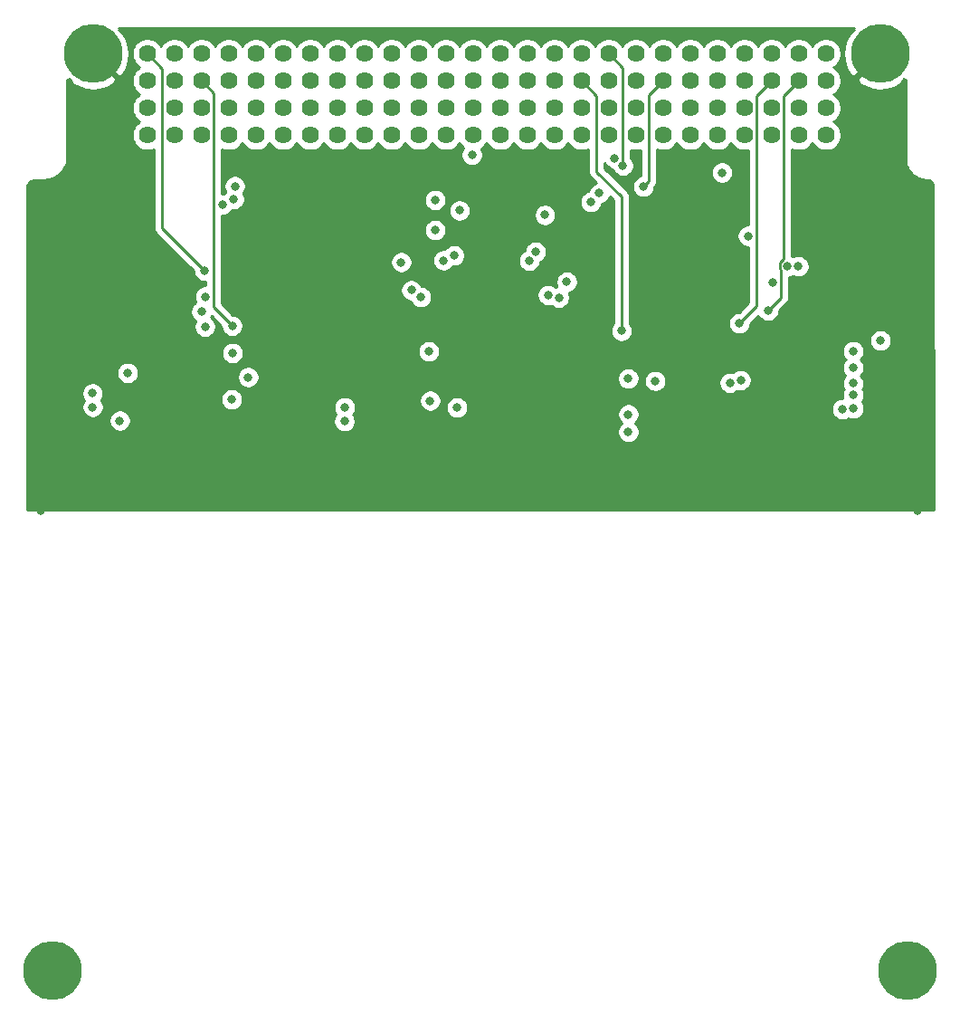
<source format=gbl>
G04 #@! TF.GenerationSoftware,KiCad,Pcbnew,5.1.6-1.fc32*
G04 #@! TF.CreationDate,2020-09-21T20:32:52-03:00*
G04 #@! TF.ProjectId,pc104-adapter-bottom,70633130-342d-4616-9461-707465722d62,v2.0*
G04 #@! TF.SameCoordinates,Original*
G04 #@! TF.FileFunction,Copper,L4,Bot*
G04 #@! TF.FilePolarity,Positive*
%FSLAX46Y46*%
G04 Gerber Fmt 4.6, Leading zero omitted, Abs format (unit mm)*
G04 Created by KiCad (PCBNEW 5.1.6-1.fc32) date 2020-09-21 20:32:52*
%MOMM*%
%LPD*%
G01*
G04 APERTURE LIST*
G04 #@! TA.AperFunction,ComponentPad*
%ADD10C,5.500000*%
G04 #@! TD*
G04 #@! TA.AperFunction,ViaPad*
%ADD11C,1.620000*%
G04 #@! TD*
G04 #@! TA.AperFunction,ViaPad*
%ADD12C,0.800000*%
G04 #@! TD*
G04 #@! TA.AperFunction,Conductor*
%ADD13C,0.250000*%
G04 #@! TD*
G04 #@! TA.AperFunction,Conductor*
%ADD14C,0.254000*%
G04 #@! TD*
G04 APERTURE END LIST*
D10*
X106370000Y-139936000D03*
X186430000Y-139936000D03*
D11*
X178750000Y-54236000D03*
X178750000Y-56776000D03*
X176210000Y-54236000D03*
X176210000Y-56776000D03*
X173670000Y-54236000D03*
X173670000Y-56776000D03*
X171130000Y-54236000D03*
X171130000Y-56776000D03*
X168590000Y-54236000D03*
X168590000Y-56776000D03*
X166050000Y-54236000D03*
X166050000Y-56776000D03*
X163510000Y-54236000D03*
X163510000Y-56776000D03*
X160970000Y-54236000D03*
X160970000Y-56776000D03*
X158430000Y-54236000D03*
X158430000Y-56776000D03*
X155890000Y-54236000D03*
X155890000Y-56776000D03*
X153350000Y-54236000D03*
X153350000Y-56776000D03*
X150810000Y-54236000D03*
X150810000Y-56776000D03*
X148270000Y-54236000D03*
X148270000Y-56776000D03*
X145730000Y-54236000D03*
X145730000Y-56776000D03*
X143190000Y-54236000D03*
X143190000Y-56776000D03*
X140650000Y-54236000D03*
X140650000Y-56776000D03*
X138110000Y-54236000D03*
X138110000Y-56776000D03*
X135570000Y-54236000D03*
X135570000Y-56776000D03*
X133030000Y-54236000D03*
X133030000Y-56776000D03*
X130490000Y-54236000D03*
X130490000Y-56776000D03*
X127950000Y-54236000D03*
X127950000Y-56776000D03*
X125410000Y-54236000D03*
X125410000Y-56776000D03*
X122870000Y-54236000D03*
X122870000Y-56776000D03*
X120330000Y-54236000D03*
X120330000Y-56776000D03*
X117790000Y-54236000D03*
X117790000Y-56776000D03*
X115250000Y-54236000D03*
X115250000Y-56776000D03*
X178750000Y-59316000D03*
X178750000Y-61856000D03*
X176210000Y-59316000D03*
X176210000Y-61856000D03*
X173670000Y-59316000D03*
X173670000Y-61856000D03*
X171130000Y-59316000D03*
X171130000Y-61856000D03*
X168590000Y-59316000D03*
X168590000Y-61856000D03*
X166050000Y-59316000D03*
X166050000Y-61856000D03*
X163510000Y-59316000D03*
X163510000Y-61856000D03*
X160970000Y-59316000D03*
X160970000Y-61856000D03*
X158430000Y-59316000D03*
X158430000Y-61856000D03*
X155890000Y-59316000D03*
X155890000Y-61856000D03*
X153350000Y-59316000D03*
X153350000Y-61856000D03*
X150810000Y-59316000D03*
X150810000Y-61856000D03*
X148270000Y-59316000D03*
X148270000Y-61856000D03*
X145730000Y-59316000D03*
X145730000Y-61856000D03*
X143190000Y-59316000D03*
X143190000Y-61856000D03*
X140650000Y-59316000D03*
X140650000Y-61856000D03*
X138110000Y-59316000D03*
X138110000Y-61856000D03*
X135570000Y-59316000D03*
X135570000Y-61856000D03*
X133030000Y-59316000D03*
X133030000Y-61856000D03*
X130490000Y-59316000D03*
X130490000Y-61856000D03*
X127950000Y-59316000D03*
X127950000Y-61856000D03*
X125410000Y-59316000D03*
X125410000Y-61856000D03*
X122870000Y-59316000D03*
X122870000Y-61856000D03*
X120330000Y-59316000D03*
X120330000Y-61856000D03*
X117790000Y-59316000D03*
X117790000Y-61856000D03*
X115250000Y-59316000D03*
X115250000Y-61856000D03*
D10*
X183820000Y-54236000D03*
X110170000Y-54236000D03*
D12*
X105300000Y-97000000D03*
X187300000Y-97000000D03*
X124703500Y-84477500D03*
X123174400Y-86552800D03*
X123455300Y-66611700D03*
X123218700Y-82209300D03*
X120326900Y-78344800D03*
X120663000Y-79758000D03*
X123204600Y-79668300D03*
X123350200Y-67831500D03*
X120679100Y-76940700D03*
X120630600Y-74519500D03*
X122269500Y-68349700D03*
X144245500Y-87315600D03*
X141722400Y-86679700D03*
X145643600Y-63691300D03*
X144485100Y-68885000D03*
X141611600Y-82068800D03*
X139021400Y-73728800D03*
X143960200Y-73086100D03*
X140851600Y-76999400D03*
X139963900Y-76332500D03*
X142188600Y-70721400D03*
X142984000Y-73561300D03*
X161695400Y-66650400D03*
X159762600Y-64700800D03*
X159003100Y-64018500D03*
X159628200Y-80152200D03*
X157557400Y-67273300D03*
X160263700Y-84600000D03*
X162795400Y-84831600D03*
X156766800Y-68102100D03*
X160273100Y-87945400D03*
X160271400Y-89600000D03*
X175181100Y-74090600D03*
X176182900Y-74114600D03*
X173746900Y-75628900D03*
X173342300Y-78247000D03*
X170667300Y-79443800D03*
X171472700Y-71279200D03*
X169038800Y-65355100D03*
X170791600Y-84760400D03*
X169774600Y-85001300D03*
X112684100Y-88553000D03*
X110148200Y-87272500D03*
X110138600Y-85992800D03*
X113432200Y-84071800D03*
X133714000Y-88585500D03*
X133728900Y-87303500D03*
X142191000Y-67910800D03*
X151008000Y-73584900D03*
X151595500Y-72751100D03*
X154506900Y-75548800D03*
X152761900Y-76793600D03*
X153776900Y-77049000D03*
X152472300Y-69302800D03*
X183861500Y-81061000D03*
X181303800Y-82046600D03*
X181320500Y-83569800D03*
X181304600Y-85051800D03*
X181328100Y-86134400D03*
X181325400Y-87415500D03*
X180294200Y-87462400D03*
D13*
X123204600Y-79668300D02*
X121465400Y-77929100D01*
X121465400Y-77929100D02*
X121465400Y-57911400D01*
X121465400Y-57911400D02*
X120330000Y-56776000D01*
X115250000Y-54236000D02*
X116654600Y-55640600D01*
X116654600Y-55640600D02*
X116654600Y-70543500D01*
X116654600Y-70543500D02*
X120630600Y-74519500D01*
X163510000Y-56776000D02*
X162182700Y-58103300D01*
X162182700Y-58103300D02*
X162182700Y-66163100D01*
X162182700Y-66163100D02*
X161695400Y-66650400D01*
X159762600Y-64700800D02*
X159762600Y-55568600D01*
X159762600Y-55568600D02*
X158430000Y-54236000D01*
X159628200Y-80152200D02*
X159628200Y-67593000D01*
X159628200Y-67593000D02*
X157294600Y-65259400D01*
X157294600Y-65259400D02*
X157294600Y-58180600D01*
X157294600Y-58180600D02*
X155890000Y-56776000D01*
X176210000Y-56776000D02*
X174805400Y-58180600D01*
X174805400Y-58180600D02*
X174805400Y-73440600D01*
X174805400Y-73440600D02*
X174455800Y-73790200D01*
X174455800Y-73790200D02*
X174455800Y-74391000D01*
X174455800Y-74391000D02*
X174543200Y-74478400D01*
X174543200Y-74478400D02*
X174543200Y-77046100D01*
X174543200Y-77046100D02*
X173342300Y-78247000D01*
X170667300Y-79443800D02*
X172301100Y-77810000D01*
X172301100Y-77810000D02*
X172301100Y-58144900D01*
X172301100Y-58144900D02*
X173670000Y-56776000D01*
D14*
G36*
X181325493Y-51921101D02*
G01*
X181439070Y-52034678D01*
X180995497Y-52340859D01*
X180680046Y-52928306D01*
X180485260Y-53566008D01*
X180418628Y-54229457D01*
X180482708Y-54893158D01*
X180675038Y-55531605D01*
X180988228Y-56120262D01*
X180995497Y-56131141D01*
X181439072Y-56437323D01*
X183640395Y-54236000D01*
X183626253Y-54221858D01*
X183805858Y-54042253D01*
X183820000Y-54056395D01*
X183834143Y-54042253D01*
X184013748Y-54221858D01*
X183999605Y-54236000D01*
X184013748Y-54250143D01*
X183834143Y-54429748D01*
X183820000Y-54415605D01*
X181618677Y-56616928D01*
X181924859Y-57060503D01*
X182512306Y-57375954D01*
X183150008Y-57570740D01*
X183813457Y-57637372D01*
X184477158Y-57573292D01*
X185115605Y-57380962D01*
X185704262Y-57067772D01*
X185715141Y-57060503D01*
X186021322Y-56616930D01*
X186134899Y-56730507D01*
X186210000Y-56655406D01*
X186210001Y-64070877D01*
X186213010Y-64101427D01*
X186212954Y-64109424D01*
X186213921Y-64119290D01*
X186240441Y-64371615D01*
X186253379Y-64434646D01*
X186265439Y-64497864D01*
X186268305Y-64507354D01*
X186343331Y-64749724D01*
X186368266Y-64809041D01*
X186392373Y-64868709D01*
X186397027Y-64877462D01*
X186517700Y-65100643D01*
X186553670Y-65153971D01*
X186588922Y-65207841D01*
X186595188Y-65215523D01*
X186756913Y-65411014D01*
X186802531Y-65456314D01*
X186847596Y-65502333D01*
X186855234Y-65508652D01*
X187051849Y-65669007D01*
X187105393Y-65704582D01*
X187158547Y-65740977D01*
X187167267Y-65745691D01*
X187391285Y-65864803D01*
X187450748Y-65889312D01*
X187509925Y-65914675D01*
X187519395Y-65917607D01*
X187762282Y-65990939D01*
X187825379Y-66003432D01*
X187888353Y-66016818D01*
X187898212Y-66017854D01*
X188150717Y-66042612D01*
X188333937Y-66060577D01*
X188443536Y-66093667D01*
X188544615Y-66147411D01*
X188633336Y-66219770D01*
X188706309Y-66307979D01*
X188760761Y-66408687D01*
X188794614Y-66518046D01*
X188810005Y-66664485D01*
X188814126Y-96873000D01*
X103980000Y-96873000D01*
X103980000Y-88451061D01*
X111649100Y-88451061D01*
X111649100Y-88654939D01*
X111688874Y-88854898D01*
X111766895Y-89043256D01*
X111880163Y-89212774D01*
X112024326Y-89356937D01*
X112193844Y-89470205D01*
X112382202Y-89548226D01*
X112582161Y-89588000D01*
X112786039Y-89588000D01*
X112985998Y-89548226D01*
X113174356Y-89470205D01*
X113343874Y-89356937D01*
X113488037Y-89212774D01*
X113601305Y-89043256D01*
X113679326Y-88854898D01*
X113719100Y-88654939D01*
X113719100Y-88483561D01*
X132679000Y-88483561D01*
X132679000Y-88687439D01*
X132718774Y-88887398D01*
X132796795Y-89075756D01*
X132910063Y-89245274D01*
X133054226Y-89389437D01*
X133223744Y-89502705D01*
X133412102Y-89580726D01*
X133612061Y-89620500D01*
X133815939Y-89620500D01*
X134015898Y-89580726D01*
X134204256Y-89502705D01*
X134211206Y-89498061D01*
X159236400Y-89498061D01*
X159236400Y-89701939D01*
X159276174Y-89901898D01*
X159354195Y-90090256D01*
X159467463Y-90259774D01*
X159611626Y-90403937D01*
X159781144Y-90517205D01*
X159969502Y-90595226D01*
X160169461Y-90635000D01*
X160373339Y-90635000D01*
X160573298Y-90595226D01*
X160761656Y-90517205D01*
X160931174Y-90403937D01*
X161075337Y-90259774D01*
X161188605Y-90090256D01*
X161266626Y-89901898D01*
X161306400Y-89701939D01*
X161306400Y-89498061D01*
X161266626Y-89298102D01*
X161188605Y-89109744D01*
X161075337Y-88940226D01*
X160931174Y-88796063D01*
X160897059Y-88773268D01*
X160932874Y-88749337D01*
X161077037Y-88605174D01*
X161190305Y-88435656D01*
X161268326Y-88247298D01*
X161308100Y-88047339D01*
X161308100Y-87843461D01*
X161268326Y-87643502D01*
X161190305Y-87455144D01*
X161127041Y-87360461D01*
X179259200Y-87360461D01*
X179259200Y-87564339D01*
X179298974Y-87764298D01*
X179376995Y-87952656D01*
X179490263Y-88122174D01*
X179634426Y-88266337D01*
X179803944Y-88379605D01*
X179992302Y-88457626D01*
X180192261Y-88497400D01*
X180396139Y-88497400D01*
X180596098Y-88457626D01*
X180784456Y-88379605D01*
X180847183Y-88337692D01*
X181023502Y-88410726D01*
X181223461Y-88450500D01*
X181427339Y-88450500D01*
X181627298Y-88410726D01*
X181815656Y-88332705D01*
X181985174Y-88219437D01*
X182129337Y-88075274D01*
X182242605Y-87905756D01*
X182320626Y-87717398D01*
X182360400Y-87517439D01*
X182360400Y-87313561D01*
X182320626Y-87113602D01*
X182242605Y-86925244D01*
X182143532Y-86776970D01*
X182245305Y-86624656D01*
X182323326Y-86436298D01*
X182363100Y-86236339D01*
X182363100Y-86032461D01*
X182323326Y-85832502D01*
X182245305Y-85644144D01*
X182199449Y-85575515D01*
X182221805Y-85542056D01*
X182299826Y-85353698D01*
X182339600Y-85153739D01*
X182339600Y-84949861D01*
X182299826Y-84749902D01*
X182221805Y-84561544D01*
X182108537Y-84392026D01*
X182035261Y-84318750D01*
X182124437Y-84229574D01*
X182237705Y-84060056D01*
X182315726Y-83871698D01*
X182355500Y-83671739D01*
X182355500Y-83467861D01*
X182315726Y-83267902D01*
X182237705Y-83079544D01*
X182124437Y-82910026D01*
X182014261Y-82799850D01*
X182107737Y-82706374D01*
X182221005Y-82536856D01*
X182299026Y-82348498D01*
X182338800Y-82148539D01*
X182338800Y-81944661D01*
X182299026Y-81744702D01*
X182221005Y-81556344D01*
X182107737Y-81386826D01*
X181963574Y-81242663D01*
X181794056Y-81129395D01*
X181605698Y-81051374D01*
X181405739Y-81011600D01*
X181201861Y-81011600D01*
X181001902Y-81051374D01*
X180813544Y-81129395D01*
X180644026Y-81242663D01*
X180499863Y-81386826D01*
X180386595Y-81556344D01*
X180308574Y-81744702D01*
X180268800Y-81944661D01*
X180268800Y-82148539D01*
X180308574Y-82348498D01*
X180386595Y-82536856D01*
X180499863Y-82706374D01*
X180610039Y-82816550D01*
X180516563Y-82910026D01*
X180403295Y-83079544D01*
X180325274Y-83267902D01*
X180285500Y-83467861D01*
X180285500Y-83671739D01*
X180325274Y-83871698D01*
X180403295Y-84060056D01*
X180516563Y-84229574D01*
X180589839Y-84302850D01*
X180500663Y-84392026D01*
X180387395Y-84561544D01*
X180309374Y-84749902D01*
X180269600Y-84949861D01*
X180269600Y-85153739D01*
X180309374Y-85353698D01*
X180387395Y-85542056D01*
X180433251Y-85610685D01*
X180410895Y-85644144D01*
X180332874Y-85832502D01*
X180293100Y-86032461D01*
X180293100Y-86236339D01*
X180331104Y-86427400D01*
X180192261Y-86427400D01*
X179992302Y-86467174D01*
X179803944Y-86545195D01*
X179634426Y-86658463D01*
X179490263Y-86802626D01*
X179376995Y-86972144D01*
X179298974Y-87160502D01*
X179259200Y-87360461D01*
X161127041Y-87360461D01*
X161077037Y-87285626D01*
X160932874Y-87141463D01*
X160763356Y-87028195D01*
X160574998Y-86950174D01*
X160375039Y-86910400D01*
X160171161Y-86910400D01*
X159971202Y-86950174D01*
X159782844Y-87028195D01*
X159613326Y-87141463D01*
X159469163Y-87285626D01*
X159355895Y-87455144D01*
X159277874Y-87643502D01*
X159238100Y-87843461D01*
X159238100Y-88047339D01*
X159277874Y-88247298D01*
X159355895Y-88435656D01*
X159469163Y-88605174D01*
X159613326Y-88749337D01*
X159647441Y-88772132D01*
X159611626Y-88796063D01*
X159467463Y-88940226D01*
X159354195Y-89109744D01*
X159276174Y-89298102D01*
X159236400Y-89498061D01*
X134211206Y-89498061D01*
X134373774Y-89389437D01*
X134517937Y-89245274D01*
X134631205Y-89075756D01*
X134709226Y-88887398D01*
X134749000Y-88687439D01*
X134749000Y-88483561D01*
X134709226Y-88283602D01*
X134631205Y-88095244D01*
X134537931Y-87955650D01*
X134646105Y-87793756D01*
X134724126Y-87605398D01*
X134763900Y-87405439D01*
X134763900Y-87201561D01*
X134724126Y-87001602D01*
X134646105Y-86813244D01*
X134532837Y-86643726D01*
X134466872Y-86577761D01*
X140687400Y-86577761D01*
X140687400Y-86781639D01*
X140727174Y-86981598D01*
X140805195Y-87169956D01*
X140918463Y-87339474D01*
X141062626Y-87483637D01*
X141232144Y-87596905D01*
X141420502Y-87674926D01*
X141620461Y-87714700D01*
X141824339Y-87714700D01*
X142024298Y-87674926D01*
X142212656Y-87596905D01*
X142382174Y-87483637D01*
X142526337Y-87339474D01*
X142610402Y-87213661D01*
X143210500Y-87213661D01*
X143210500Y-87417539D01*
X143250274Y-87617498D01*
X143328295Y-87805856D01*
X143441563Y-87975374D01*
X143585726Y-88119537D01*
X143755244Y-88232805D01*
X143943602Y-88310826D01*
X144143561Y-88350600D01*
X144347439Y-88350600D01*
X144547398Y-88310826D01*
X144735756Y-88232805D01*
X144905274Y-88119537D01*
X145049437Y-87975374D01*
X145162705Y-87805856D01*
X145240726Y-87617498D01*
X145280500Y-87417539D01*
X145280500Y-87213661D01*
X145240726Y-87013702D01*
X145162705Y-86825344D01*
X145049437Y-86655826D01*
X144905274Y-86511663D01*
X144735756Y-86398395D01*
X144547398Y-86320374D01*
X144347439Y-86280600D01*
X144143561Y-86280600D01*
X143943602Y-86320374D01*
X143755244Y-86398395D01*
X143585726Y-86511663D01*
X143441563Y-86655826D01*
X143328295Y-86825344D01*
X143250274Y-87013702D01*
X143210500Y-87213661D01*
X142610402Y-87213661D01*
X142639605Y-87169956D01*
X142717626Y-86981598D01*
X142757400Y-86781639D01*
X142757400Y-86577761D01*
X142717626Y-86377802D01*
X142639605Y-86189444D01*
X142526337Y-86019926D01*
X142382174Y-85875763D01*
X142212656Y-85762495D01*
X142024298Y-85684474D01*
X141824339Y-85644700D01*
X141620461Y-85644700D01*
X141420502Y-85684474D01*
X141232144Y-85762495D01*
X141062626Y-85875763D01*
X140918463Y-86019926D01*
X140805195Y-86189444D01*
X140727174Y-86377802D01*
X140687400Y-86577761D01*
X134466872Y-86577761D01*
X134388674Y-86499563D01*
X134219156Y-86386295D01*
X134030798Y-86308274D01*
X133830839Y-86268500D01*
X133626961Y-86268500D01*
X133427002Y-86308274D01*
X133238644Y-86386295D01*
X133069126Y-86499563D01*
X132924963Y-86643726D01*
X132811695Y-86813244D01*
X132733674Y-87001602D01*
X132693900Y-87201561D01*
X132693900Y-87405439D01*
X132733674Y-87605398D01*
X132811695Y-87793756D01*
X132904969Y-87933350D01*
X132796795Y-88095244D01*
X132718774Y-88283602D01*
X132679000Y-88483561D01*
X113719100Y-88483561D01*
X113719100Y-88451061D01*
X113679326Y-88251102D01*
X113601305Y-88062744D01*
X113488037Y-87893226D01*
X113343874Y-87749063D01*
X113174356Y-87635795D01*
X112985998Y-87557774D01*
X112786039Y-87518000D01*
X112582161Y-87518000D01*
X112382202Y-87557774D01*
X112193844Y-87635795D01*
X112024326Y-87749063D01*
X111880163Y-87893226D01*
X111766895Y-88062744D01*
X111688874Y-88251102D01*
X111649100Y-88451061D01*
X103980000Y-88451061D01*
X103980000Y-85890861D01*
X109103600Y-85890861D01*
X109103600Y-86094739D01*
X109143374Y-86294698D01*
X109221395Y-86483056D01*
X109326150Y-86639834D01*
X109230995Y-86782244D01*
X109152974Y-86970602D01*
X109113200Y-87170561D01*
X109113200Y-87374439D01*
X109152974Y-87574398D01*
X109230995Y-87762756D01*
X109344263Y-87932274D01*
X109488426Y-88076437D01*
X109657944Y-88189705D01*
X109846302Y-88267726D01*
X110046261Y-88307500D01*
X110250139Y-88307500D01*
X110450098Y-88267726D01*
X110638456Y-88189705D01*
X110807974Y-88076437D01*
X110952137Y-87932274D01*
X111065405Y-87762756D01*
X111143426Y-87574398D01*
X111183200Y-87374439D01*
X111183200Y-87170561D01*
X111143426Y-86970602D01*
X111065405Y-86782244D01*
X110960650Y-86625466D01*
X111055805Y-86483056D01*
X111069140Y-86450861D01*
X122139400Y-86450861D01*
X122139400Y-86654739D01*
X122179174Y-86854698D01*
X122257195Y-87043056D01*
X122370463Y-87212574D01*
X122514626Y-87356737D01*
X122684144Y-87470005D01*
X122872502Y-87548026D01*
X123072461Y-87587800D01*
X123276339Y-87587800D01*
X123476298Y-87548026D01*
X123664656Y-87470005D01*
X123834174Y-87356737D01*
X123978337Y-87212574D01*
X124091605Y-87043056D01*
X124169626Y-86854698D01*
X124209400Y-86654739D01*
X124209400Y-86450861D01*
X124169626Y-86250902D01*
X124091605Y-86062544D01*
X123978337Y-85893026D01*
X123834174Y-85748863D01*
X123664656Y-85635595D01*
X123476298Y-85557574D01*
X123276339Y-85517800D01*
X123072461Y-85517800D01*
X122872502Y-85557574D01*
X122684144Y-85635595D01*
X122514626Y-85748863D01*
X122370463Y-85893026D01*
X122257195Y-86062544D01*
X122179174Y-86250902D01*
X122139400Y-86450861D01*
X111069140Y-86450861D01*
X111133826Y-86294698D01*
X111173600Y-86094739D01*
X111173600Y-85890861D01*
X111133826Y-85690902D01*
X111055805Y-85502544D01*
X110942537Y-85333026D01*
X110798374Y-85188863D01*
X110628856Y-85075595D01*
X110440498Y-84997574D01*
X110240539Y-84957800D01*
X110036661Y-84957800D01*
X109836702Y-84997574D01*
X109648344Y-85075595D01*
X109478826Y-85188863D01*
X109334663Y-85333026D01*
X109221395Y-85502544D01*
X109143374Y-85690902D01*
X109103600Y-85890861D01*
X103980000Y-85890861D01*
X103980000Y-83969861D01*
X112397200Y-83969861D01*
X112397200Y-84173739D01*
X112436974Y-84373698D01*
X112514995Y-84562056D01*
X112628263Y-84731574D01*
X112772426Y-84875737D01*
X112941944Y-84989005D01*
X113130302Y-85067026D01*
X113330261Y-85106800D01*
X113534139Y-85106800D01*
X113734098Y-85067026D01*
X113922456Y-84989005D01*
X114091974Y-84875737D01*
X114236137Y-84731574D01*
X114349405Y-84562056D01*
X114426654Y-84375561D01*
X123668500Y-84375561D01*
X123668500Y-84579439D01*
X123708274Y-84779398D01*
X123786295Y-84967756D01*
X123899563Y-85137274D01*
X124043726Y-85281437D01*
X124213244Y-85394705D01*
X124401602Y-85472726D01*
X124601561Y-85512500D01*
X124805439Y-85512500D01*
X125005398Y-85472726D01*
X125193756Y-85394705D01*
X125363274Y-85281437D01*
X125507437Y-85137274D01*
X125620705Y-84967756D01*
X125698726Y-84779398D01*
X125738500Y-84579439D01*
X125738500Y-84498061D01*
X159228700Y-84498061D01*
X159228700Y-84701939D01*
X159268474Y-84901898D01*
X159346495Y-85090256D01*
X159459763Y-85259774D01*
X159603926Y-85403937D01*
X159773444Y-85517205D01*
X159961802Y-85595226D01*
X160161761Y-85635000D01*
X160365639Y-85635000D01*
X160565598Y-85595226D01*
X160753956Y-85517205D01*
X160923474Y-85403937D01*
X161067637Y-85259774D01*
X161180905Y-85090256D01*
X161258926Y-84901898D01*
X161293185Y-84729661D01*
X161760400Y-84729661D01*
X161760400Y-84933539D01*
X161800174Y-85133498D01*
X161878195Y-85321856D01*
X161991463Y-85491374D01*
X162135626Y-85635537D01*
X162305144Y-85748805D01*
X162493502Y-85826826D01*
X162693461Y-85866600D01*
X162897339Y-85866600D01*
X163097298Y-85826826D01*
X163285656Y-85748805D01*
X163455174Y-85635537D01*
X163599337Y-85491374D01*
X163712605Y-85321856D01*
X163790626Y-85133498D01*
X163830400Y-84933539D01*
X163830400Y-84899361D01*
X168739600Y-84899361D01*
X168739600Y-85103239D01*
X168779374Y-85303198D01*
X168857395Y-85491556D01*
X168970663Y-85661074D01*
X169114826Y-85805237D01*
X169284344Y-85918505D01*
X169472702Y-85996526D01*
X169672661Y-86036300D01*
X169876539Y-86036300D01*
X170076498Y-85996526D01*
X170264856Y-85918505D01*
X170434374Y-85805237D01*
X170485659Y-85753952D01*
X170489702Y-85755626D01*
X170689661Y-85795400D01*
X170893539Y-85795400D01*
X171093498Y-85755626D01*
X171281856Y-85677605D01*
X171451374Y-85564337D01*
X171595537Y-85420174D01*
X171708805Y-85250656D01*
X171786826Y-85062298D01*
X171826600Y-84862339D01*
X171826600Y-84658461D01*
X171786826Y-84458502D01*
X171708805Y-84270144D01*
X171595537Y-84100626D01*
X171451374Y-83956463D01*
X171281856Y-83843195D01*
X171093498Y-83765174D01*
X170893539Y-83725400D01*
X170689661Y-83725400D01*
X170489702Y-83765174D01*
X170301344Y-83843195D01*
X170131826Y-83956463D01*
X170080541Y-84007748D01*
X170076498Y-84006074D01*
X169876539Y-83966300D01*
X169672661Y-83966300D01*
X169472702Y-84006074D01*
X169284344Y-84084095D01*
X169114826Y-84197363D01*
X168970663Y-84341526D01*
X168857395Y-84511044D01*
X168779374Y-84699402D01*
X168739600Y-84899361D01*
X163830400Y-84899361D01*
X163830400Y-84729661D01*
X163790626Y-84529702D01*
X163712605Y-84341344D01*
X163599337Y-84171826D01*
X163455174Y-84027663D01*
X163285656Y-83914395D01*
X163097298Y-83836374D01*
X162897339Y-83796600D01*
X162693461Y-83796600D01*
X162493502Y-83836374D01*
X162305144Y-83914395D01*
X162135626Y-84027663D01*
X161991463Y-84171826D01*
X161878195Y-84341344D01*
X161800174Y-84529702D01*
X161760400Y-84729661D01*
X161293185Y-84729661D01*
X161298700Y-84701939D01*
X161298700Y-84498061D01*
X161258926Y-84298102D01*
X161180905Y-84109744D01*
X161067637Y-83940226D01*
X160923474Y-83796063D01*
X160753956Y-83682795D01*
X160565598Y-83604774D01*
X160365639Y-83565000D01*
X160161761Y-83565000D01*
X159961802Y-83604774D01*
X159773444Y-83682795D01*
X159603926Y-83796063D01*
X159459763Y-83940226D01*
X159346495Y-84109744D01*
X159268474Y-84298102D01*
X159228700Y-84498061D01*
X125738500Y-84498061D01*
X125738500Y-84375561D01*
X125698726Y-84175602D01*
X125620705Y-83987244D01*
X125507437Y-83817726D01*
X125363274Y-83673563D01*
X125193756Y-83560295D01*
X125005398Y-83482274D01*
X124805439Y-83442500D01*
X124601561Y-83442500D01*
X124401602Y-83482274D01*
X124213244Y-83560295D01*
X124043726Y-83673563D01*
X123899563Y-83817726D01*
X123786295Y-83987244D01*
X123708274Y-84175602D01*
X123668500Y-84375561D01*
X114426654Y-84375561D01*
X114427426Y-84373698D01*
X114467200Y-84173739D01*
X114467200Y-83969861D01*
X114427426Y-83769902D01*
X114349405Y-83581544D01*
X114236137Y-83412026D01*
X114091974Y-83267863D01*
X113922456Y-83154595D01*
X113734098Y-83076574D01*
X113534139Y-83036800D01*
X113330261Y-83036800D01*
X113130302Y-83076574D01*
X112941944Y-83154595D01*
X112772426Y-83267863D01*
X112628263Y-83412026D01*
X112514995Y-83581544D01*
X112436974Y-83769902D01*
X112397200Y-83969861D01*
X103980000Y-83969861D01*
X103980000Y-82107361D01*
X122183700Y-82107361D01*
X122183700Y-82311239D01*
X122223474Y-82511198D01*
X122301495Y-82699556D01*
X122414763Y-82869074D01*
X122558926Y-83013237D01*
X122728444Y-83126505D01*
X122916802Y-83204526D01*
X123116761Y-83244300D01*
X123320639Y-83244300D01*
X123520598Y-83204526D01*
X123708956Y-83126505D01*
X123878474Y-83013237D01*
X124022637Y-82869074D01*
X124135905Y-82699556D01*
X124213926Y-82511198D01*
X124253700Y-82311239D01*
X124253700Y-82107361D01*
X124225754Y-81966861D01*
X140576600Y-81966861D01*
X140576600Y-82170739D01*
X140616374Y-82370698D01*
X140694395Y-82559056D01*
X140807663Y-82728574D01*
X140951826Y-82872737D01*
X141121344Y-82986005D01*
X141309702Y-83064026D01*
X141509661Y-83103800D01*
X141713539Y-83103800D01*
X141913498Y-83064026D01*
X142101856Y-82986005D01*
X142271374Y-82872737D01*
X142415537Y-82728574D01*
X142528805Y-82559056D01*
X142606826Y-82370698D01*
X142646600Y-82170739D01*
X142646600Y-81966861D01*
X142606826Y-81766902D01*
X142528805Y-81578544D01*
X142415537Y-81409026D01*
X142271374Y-81264863D01*
X142101856Y-81151595D01*
X141913498Y-81073574D01*
X141713539Y-81033800D01*
X141509661Y-81033800D01*
X141309702Y-81073574D01*
X141121344Y-81151595D01*
X140951826Y-81264863D01*
X140807663Y-81409026D01*
X140694395Y-81578544D01*
X140616374Y-81766902D01*
X140576600Y-81966861D01*
X124225754Y-81966861D01*
X124213926Y-81907402D01*
X124135905Y-81719044D01*
X124022637Y-81549526D01*
X123878474Y-81405363D01*
X123708956Y-81292095D01*
X123520598Y-81214074D01*
X123320639Y-81174300D01*
X123116761Y-81174300D01*
X122916802Y-81214074D01*
X122728444Y-81292095D01*
X122558926Y-81405363D01*
X122414763Y-81549526D01*
X122301495Y-81719044D01*
X122223474Y-81907402D01*
X122183700Y-82107361D01*
X103980000Y-82107361D01*
X103980000Y-66870729D01*
X103998386Y-66683215D01*
X104042757Y-66536252D01*
X104114829Y-66400703D01*
X104211852Y-66281742D01*
X104330144Y-66183882D01*
X104465181Y-66110868D01*
X104611833Y-66065471D01*
X104797092Y-66046000D01*
X105604877Y-66046000D01*
X105635576Y-66042976D01*
X105644820Y-66043041D01*
X105654686Y-66042074D01*
X105945831Y-66011474D01*
X106008868Y-65998534D01*
X106072080Y-65986476D01*
X106081570Y-65983611D01*
X106361226Y-65897043D01*
X106420521Y-65872117D01*
X106480215Y-65847999D01*
X106488967Y-65843345D01*
X106746483Y-65704106D01*
X106799825Y-65668127D01*
X106853678Y-65632886D01*
X106861360Y-65626621D01*
X107086927Y-65440016D01*
X107132246Y-65394379D01*
X107178248Y-65349331D01*
X107184566Y-65341692D01*
X107369592Y-65114828D01*
X107405177Y-65061268D01*
X107441560Y-65008132D01*
X107446275Y-64999412D01*
X107583712Y-64740931D01*
X107608225Y-64681456D01*
X107633584Y-64622289D01*
X107636516Y-64612819D01*
X107721130Y-64332565D01*
X107733622Y-64269475D01*
X107747009Y-64206494D01*
X107748045Y-64196635D01*
X107776612Y-63905283D01*
X107776612Y-63905277D01*
X107780000Y-63870877D01*
X107780000Y-56655406D01*
X107855101Y-56730507D01*
X107968678Y-56616930D01*
X108274859Y-57060503D01*
X108862306Y-57375954D01*
X109500008Y-57570740D01*
X110163457Y-57637372D01*
X110827158Y-57573292D01*
X111465605Y-57380962D01*
X112054262Y-57067772D01*
X112065141Y-57060503D01*
X112371323Y-56616928D01*
X110170000Y-54415605D01*
X110155858Y-54429748D01*
X109976253Y-54250143D01*
X109990395Y-54236000D01*
X109976253Y-54221858D01*
X110155858Y-54042253D01*
X110170000Y-54056395D01*
X110184143Y-54042253D01*
X110363748Y-54221858D01*
X110349605Y-54236000D01*
X112550928Y-56437323D01*
X112994503Y-56131141D01*
X113309954Y-55543694D01*
X113504740Y-54905992D01*
X113571372Y-54242543D01*
X113557000Y-54093680D01*
X113805000Y-54093680D01*
X113805000Y-54378320D01*
X113860530Y-54657491D01*
X113969457Y-54920464D01*
X114127595Y-55157134D01*
X114328866Y-55358405D01*
X114549757Y-55506000D01*
X114328866Y-55653595D01*
X114127595Y-55854866D01*
X113969457Y-56091536D01*
X113860530Y-56354509D01*
X113805000Y-56633680D01*
X113805000Y-56918320D01*
X113860530Y-57197491D01*
X113969457Y-57460464D01*
X114127595Y-57697134D01*
X114328866Y-57898405D01*
X114549757Y-58046000D01*
X114328866Y-58193595D01*
X114127595Y-58394866D01*
X113969457Y-58631536D01*
X113860530Y-58894509D01*
X113805000Y-59173680D01*
X113805000Y-59458320D01*
X113860530Y-59737491D01*
X113969457Y-60000464D01*
X114127595Y-60237134D01*
X114328866Y-60438405D01*
X114549757Y-60586000D01*
X114328866Y-60733595D01*
X114127595Y-60934866D01*
X113969457Y-61171536D01*
X113860530Y-61434509D01*
X113805000Y-61713680D01*
X113805000Y-61998320D01*
X113860530Y-62277491D01*
X113969457Y-62540464D01*
X114127595Y-62777134D01*
X114328866Y-62978405D01*
X114565536Y-63136543D01*
X114828509Y-63245470D01*
X115107680Y-63301000D01*
X115392320Y-63301000D01*
X115671491Y-63245470D01*
X115894601Y-63153055D01*
X115894601Y-70506168D01*
X115890924Y-70543500D01*
X115905598Y-70692485D01*
X115949054Y-70835746D01*
X116019626Y-70967776D01*
X116090801Y-71054502D01*
X116114600Y-71083501D01*
X116143598Y-71107299D01*
X119595600Y-74559302D01*
X119595600Y-74621439D01*
X119635374Y-74821398D01*
X119713395Y-75009756D01*
X119826663Y-75179274D01*
X119970826Y-75323437D01*
X120140344Y-75436705D01*
X120328702Y-75514726D01*
X120528661Y-75554500D01*
X120705400Y-75554500D01*
X120705400Y-75905700D01*
X120577161Y-75905700D01*
X120377202Y-75945474D01*
X120188844Y-76023495D01*
X120019326Y-76136763D01*
X119875163Y-76280926D01*
X119761895Y-76450444D01*
X119683874Y-76638802D01*
X119644100Y-76838761D01*
X119644100Y-77042639D01*
X119683874Y-77242598D01*
X119761895Y-77430956D01*
X119783414Y-77463162D01*
X119667126Y-77540863D01*
X119522963Y-77685026D01*
X119409695Y-77854544D01*
X119331674Y-78042902D01*
X119291900Y-78242861D01*
X119291900Y-78446739D01*
X119331674Y-78646698D01*
X119409695Y-78835056D01*
X119522963Y-79004574D01*
X119667126Y-79148737D01*
X119776487Y-79221810D01*
X119745795Y-79267744D01*
X119667774Y-79456102D01*
X119628000Y-79656061D01*
X119628000Y-79859939D01*
X119667774Y-80059898D01*
X119745795Y-80248256D01*
X119859063Y-80417774D01*
X120003226Y-80561937D01*
X120172744Y-80675205D01*
X120361102Y-80753226D01*
X120561061Y-80793000D01*
X120764939Y-80793000D01*
X120964898Y-80753226D01*
X121153256Y-80675205D01*
X121322774Y-80561937D01*
X121466937Y-80417774D01*
X121580205Y-80248256D01*
X121658226Y-80059898D01*
X121698000Y-79859939D01*
X121698000Y-79656061D01*
X121658226Y-79456102D01*
X121580205Y-79267744D01*
X121466937Y-79098226D01*
X121322774Y-78954063D01*
X121213413Y-78880990D01*
X121244105Y-78835056D01*
X121259467Y-78797968D01*
X122169600Y-79708102D01*
X122169600Y-79770239D01*
X122209374Y-79970198D01*
X122287395Y-80158556D01*
X122400663Y-80328074D01*
X122544826Y-80472237D01*
X122714344Y-80585505D01*
X122902702Y-80663526D01*
X123102661Y-80703300D01*
X123306539Y-80703300D01*
X123506498Y-80663526D01*
X123694856Y-80585505D01*
X123864374Y-80472237D01*
X124008537Y-80328074D01*
X124121805Y-80158556D01*
X124199826Y-79970198D01*
X124239600Y-79770239D01*
X124239600Y-79566361D01*
X124199826Y-79366402D01*
X124121805Y-79178044D01*
X124008537Y-79008526D01*
X123864374Y-78864363D01*
X123694856Y-78751095D01*
X123506498Y-78673074D01*
X123306539Y-78633300D01*
X123244402Y-78633300D01*
X122225400Y-77614299D01*
X122225400Y-76230561D01*
X138928900Y-76230561D01*
X138928900Y-76434439D01*
X138968674Y-76634398D01*
X139046695Y-76822756D01*
X139159963Y-76992274D01*
X139304126Y-77136437D01*
X139473644Y-77249705D01*
X139662002Y-77327726D01*
X139861961Y-77367500D01*
X139883796Y-77367500D01*
X139934395Y-77489656D01*
X140047663Y-77659174D01*
X140191826Y-77803337D01*
X140361344Y-77916605D01*
X140549702Y-77994626D01*
X140749661Y-78034400D01*
X140953539Y-78034400D01*
X141153498Y-77994626D01*
X141341856Y-77916605D01*
X141511374Y-77803337D01*
X141655537Y-77659174D01*
X141768805Y-77489656D01*
X141846826Y-77301298D01*
X141886600Y-77101339D01*
X141886600Y-76897461D01*
X141846826Y-76697502D01*
X141844407Y-76691661D01*
X151726900Y-76691661D01*
X151726900Y-76895539D01*
X151766674Y-77095498D01*
X151844695Y-77283856D01*
X151957963Y-77453374D01*
X152102126Y-77597537D01*
X152271644Y-77710805D01*
X152460002Y-77788826D01*
X152659961Y-77828600D01*
X152863839Y-77828600D01*
X153054804Y-77790615D01*
X153117126Y-77852937D01*
X153286644Y-77966205D01*
X153475002Y-78044226D01*
X153674961Y-78084000D01*
X153878839Y-78084000D01*
X154078798Y-78044226D01*
X154267156Y-77966205D01*
X154436674Y-77852937D01*
X154580837Y-77708774D01*
X154694105Y-77539256D01*
X154772126Y-77350898D01*
X154811900Y-77150939D01*
X154811900Y-76947061D01*
X154772126Y-76747102D01*
X154697203Y-76566223D01*
X154808798Y-76544026D01*
X154997156Y-76466005D01*
X155166674Y-76352737D01*
X155310837Y-76208574D01*
X155424105Y-76039056D01*
X155502126Y-75850698D01*
X155541900Y-75650739D01*
X155541900Y-75446861D01*
X155502126Y-75246902D01*
X155424105Y-75058544D01*
X155310837Y-74889026D01*
X155166674Y-74744863D01*
X154997156Y-74631595D01*
X154808798Y-74553574D01*
X154608839Y-74513800D01*
X154404961Y-74513800D01*
X154205002Y-74553574D01*
X154016644Y-74631595D01*
X153847126Y-74744863D01*
X153702963Y-74889026D01*
X153589695Y-75058544D01*
X153511674Y-75246902D01*
X153471900Y-75446861D01*
X153471900Y-75650739D01*
X153511674Y-75850698D01*
X153586597Y-76031577D01*
X153483996Y-76051985D01*
X153421674Y-75989663D01*
X153252156Y-75876395D01*
X153063798Y-75798374D01*
X152863839Y-75758600D01*
X152659961Y-75758600D01*
X152460002Y-75798374D01*
X152271644Y-75876395D01*
X152102126Y-75989663D01*
X151957963Y-76133826D01*
X151844695Y-76303344D01*
X151766674Y-76491702D01*
X151726900Y-76691661D01*
X141844407Y-76691661D01*
X141768805Y-76509144D01*
X141655537Y-76339626D01*
X141511374Y-76195463D01*
X141341856Y-76082195D01*
X141153498Y-76004174D01*
X140953539Y-75964400D01*
X140931704Y-75964400D01*
X140881105Y-75842244D01*
X140767837Y-75672726D01*
X140623674Y-75528563D01*
X140454156Y-75415295D01*
X140265798Y-75337274D01*
X140065839Y-75297500D01*
X139861961Y-75297500D01*
X139662002Y-75337274D01*
X139473644Y-75415295D01*
X139304126Y-75528563D01*
X139159963Y-75672726D01*
X139046695Y-75842244D01*
X138968674Y-76030602D01*
X138928900Y-76230561D01*
X122225400Y-76230561D01*
X122225400Y-73626861D01*
X137986400Y-73626861D01*
X137986400Y-73830739D01*
X138026174Y-74030698D01*
X138104195Y-74219056D01*
X138217463Y-74388574D01*
X138361626Y-74532737D01*
X138531144Y-74646005D01*
X138719502Y-74724026D01*
X138919461Y-74763800D01*
X139123339Y-74763800D01*
X139323298Y-74724026D01*
X139511656Y-74646005D01*
X139681174Y-74532737D01*
X139825337Y-74388574D01*
X139938605Y-74219056D01*
X140016626Y-74030698D01*
X140056400Y-73830739D01*
X140056400Y-73626861D01*
X140023083Y-73459361D01*
X141949000Y-73459361D01*
X141949000Y-73663239D01*
X141988774Y-73863198D01*
X142066795Y-74051556D01*
X142180063Y-74221074D01*
X142324226Y-74365237D01*
X142493744Y-74478505D01*
X142682102Y-74556526D01*
X142882061Y-74596300D01*
X143085939Y-74596300D01*
X143285898Y-74556526D01*
X143474256Y-74478505D01*
X143643774Y-74365237D01*
X143787937Y-74221074D01*
X143855151Y-74120481D01*
X143858261Y-74121100D01*
X144062139Y-74121100D01*
X144262098Y-74081326D01*
X144450456Y-74003305D01*
X144619974Y-73890037D01*
X144764137Y-73745874D01*
X144877405Y-73576356D01*
X144916090Y-73482961D01*
X149973000Y-73482961D01*
X149973000Y-73686839D01*
X150012774Y-73886798D01*
X150090795Y-74075156D01*
X150204063Y-74244674D01*
X150348226Y-74388837D01*
X150517744Y-74502105D01*
X150706102Y-74580126D01*
X150906061Y-74619900D01*
X151109939Y-74619900D01*
X151309898Y-74580126D01*
X151498256Y-74502105D01*
X151667774Y-74388837D01*
X151811937Y-74244674D01*
X151925205Y-74075156D01*
X152003226Y-73886798D01*
X152043000Y-73686839D01*
X152043000Y-73686015D01*
X152085756Y-73668305D01*
X152255274Y-73555037D01*
X152399437Y-73410874D01*
X152512705Y-73241356D01*
X152590726Y-73052998D01*
X152630500Y-72853039D01*
X152630500Y-72649161D01*
X152590726Y-72449202D01*
X152512705Y-72260844D01*
X152399437Y-72091326D01*
X152255274Y-71947163D01*
X152085756Y-71833895D01*
X151897398Y-71755874D01*
X151697439Y-71716100D01*
X151493561Y-71716100D01*
X151293602Y-71755874D01*
X151105244Y-71833895D01*
X150935726Y-71947163D01*
X150791563Y-72091326D01*
X150678295Y-72260844D01*
X150600274Y-72449202D01*
X150560500Y-72649161D01*
X150560500Y-72649985D01*
X150517744Y-72667695D01*
X150348226Y-72780963D01*
X150204063Y-72925126D01*
X150090795Y-73094644D01*
X150012774Y-73283002D01*
X149973000Y-73482961D01*
X144916090Y-73482961D01*
X144955426Y-73387998D01*
X144995200Y-73188039D01*
X144995200Y-72984161D01*
X144955426Y-72784202D01*
X144877405Y-72595844D01*
X144764137Y-72426326D01*
X144619974Y-72282163D01*
X144450456Y-72168895D01*
X144262098Y-72090874D01*
X144062139Y-72051100D01*
X143858261Y-72051100D01*
X143658302Y-72090874D01*
X143469944Y-72168895D01*
X143300426Y-72282163D01*
X143156263Y-72426326D01*
X143089049Y-72526919D01*
X143085939Y-72526300D01*
X142882061Y-72526300D01*
X142682102Y-72566074D01*
X142493744Y-72644095D01*
X142324226Y-72757363D01*
X142180063Y-72901526D01*
X142066795Y-73071044D01*
X141988774Y-73259402D01*
X141949000Y-73459361D01*
X140023083Y-73459361D01*
X140016626Y-73426902D01*
X139938605Y-73238544D01*
X139825337Y-73069026D01*
X139681174Y-72924863D01*
X139511656Y-72811595D01*
X139323298Y-72733574D01*
X139123339Y-72693800D01*
X138919461Y-72693800D01*
X138719502Y-72733574D01*
X138531144Y-72811595D01*
X138361626Y-72924863D01*
X138217463Y-73069026D01*
X138104195Y-73238544D01*
X138026174Y-73426902D01*
X137986400Y-73626861D01*
X122225400Y-73626861D01*
X122225400Y-70619461D01*
X141153600Y-70619461D01*
X141153600Y-70823339D01*
X141193374Y-71023298D01*
X141271395Y-71211656D01*
X141384663Y-71381174D01*
X141528826Y-71525337D01*
X141698344Y-71638605D01*
X141886702Y-71716626D01*
X142086661Y-71756400D01*
X142290539Y-71756400D01*
X142490498Y-71716626D01*
X142678856Y-71638605D01*
X142848374Y-71525337D01*
X142992537Y-71381174D01*
X143105805Y-71211656D01*
X143183826Y-71023298D01*
X143223600Y-70823339D01*
X143223600Y-70619461D01*
X143183826Y-70419502D01*
X143105805Y-70231144D01*
X142992537Y-70061626D01*
X142848374Y-69917463D01*
X142678856Y-69804195D01*
X142490498Y-69726174D01*
X142290539Y-69686400D01*
X142086661Y-69686400D01*
X141886702Y-69726174D01*
X141698344Y-69804195D01*
X141528826Y-69917463D01*
X141384663Y-70061626D01*
X141271395Y-70231144D01*
X141193374Y-70419502D01*
X141153600Y-70619461D01*
X122225400Y-70619461D01*
X122225400Y-69384700D01*
X122371439Y-69384700D01*
X122571398Y-69344926D01*
X122759756Y-69266905D01*
X122929274Y-69153637D01*
X123073437Y-69009474D01*
X123178271Y-68852578D01*
X123248261Y-68866500D01*
X123452139Y-68866500D01*
X123652098Y-68826726D01*
X123840456Y-68748705D01*
X124009974Y-68635437D01*
X124154137Y-68491274D01*
X124267405Y-68321756D01*
X124345426Y-68133398D01*
X124385200Y-67933439D01*
X124385200Y-67808861D01*
X141156000Y-67808861D01*
X141156000Y-68012739D01*
X141195774Y-68212698D01*
X141273795Y-68401056D01*
X141387063Y-68570574D01*
X141531226Y-68714737D01*
X141700744Y-68828005D01*
X141889102Y-68906026D01*
X142089061Y-68945800D01*
X142292939Y-68945800D01*
X142492898Y-68906026D01*
X142681256Y-68828005D01*
X142748519Y-68783061D01*
X143450100Y-68783061D01*
X143450100Y-68986939D01*
X143489874Y-69186898D01*
X143567895Y-69375256D01*
X143681163Y-69544774D01*
X143825326Y-69688937D01*
X143994844Y-69802205D01*
X144183202Y-69880226D01*
X144383161Y-69920000D01*
X144587039Y-69920000D01*
X144786998Y-69880226D01*
X144975356Y-69802205D01*
X145144874Y-69688937D01*
X145289037Y-69544774D01*
X145402305Y-69375256D01*
X145474542Y-69200861D01*
X151437300Y-69200861D01*
X151437300Y-69404739D01*
X151477074Y-69604698D01*
X151555095Y-69793056D01*
X151668363Y-69962574D01*
X151812526Y-70106737D01*
X151982044Y-70220005D01*
X152170402Y-70298026D01*
X152370361Y-70337800D01*
X152574239Y-70337800D01*
X152774198Y-70298026D01*
X152962556Y-70220005D01*
X153132074Y-70106737D01*
X153276237Y-69962574D01*
X153389505Y-69793056D01*
X153467526Y-69604698D01*
X153507300Y-69404739D01*
X153507300Y-69200861D01*
X153467526Y-69000902D01*
X153389505Y-68812544D01*
X153276237Y-68643026D01*
X153132074Y-68498863D01*
X152962556Y-68385595D01*
X152774198Y-68307574D01*
X152574239Y-68267800D01*
X152370361Y-68267800D01*
X152170402Y-68307574D01*
X151982044Y-68385595D01*
X151812526Y-68498863D01*
X151668363Y-68643026D01*
X151555095Y-68812544D01*
X151477074Y-69000902D01*
X151437300Y-69200861D01*
X145474542Y-69200861D01*
X145480326Y-69186898D01*
X145520100Y-68986939D01*
X145520100Y-68783061D01*
X145480326Y-68583102D01*
X145402305Y-68394744D01*
X145289037Y-68225226D01*
X145144874Y-68081063D01*
X144975356Y-67967795D01*
X144786998Y-67889774D01*
X144587039Y-67850000D01*
X144383161Y-67850000D01*
X144183202Y-67889774D01*
X143994844Y-67967795D01*
X143825326Y-68081063D01*
X143681163Y-68225226D01*
X143567895Y-68394744D01*
X143489874Y-68583102D01*
X143450100Y-68783061D01*
X142748519Y-68783061D01*
X142850774Y-68714737D01*
X142994937Y-68570574D01*
X143108205Y-68401056D01*
X143186226Y-68212698D01*
X143226000Y-68012739D01*
X143226000Y-67808861D01*
X143186226Y-67608902D01*
X143108205Y-67420544D01*
X142994937Y-67251026D01*
X142850774Y-67106863D01*
X142681256Y-66993595D01*
X142492898Y-66915574D01*
X142292939Y-66875800D01*
X142089061Y-66875800D01*
X141889102Y-66915574D01*
X141700744Y-66993595D01*
X141531226Y-67106863D01*
X141387063Y-67251026D01*
X141273795Y-67420544D01*
X141195774Y-67608902D01*
X141156000Y-67808861D01*
X124385200Y-67808861D01*
X124385200Y-67729561D01*
X124345426Y-67529602D01*
X124267405Y-67341244D01*
X124236187Y-67294524D01*
X124259237Y-67271474D01*
X124372505Y-67101956D01*
X124450526Y-66913598D01*
X124490300Y-66713639D01*
X124490300Y-66509761D01*
X124450526Y-66309802D01*
X124372505Y-66121444D01*
X124259237Y-65951926D01*
X124115074Y-65807763D01*
X123945556Y-65694495D01*
X123757198Y-65616474D01*
X123557239Y-65576700D01*
X123353361Y-65576700D01*
X123153402Y-65616474D01*
X122965044Y-65694495D01*
X122795526Y-65807763D01*
X122651363Y-65951926D01*
X122538095Y-66121444D01*
X122460074Y-66309802D01*
X122420300Y-66509761D01*
X122420300Y-66713639D01*
X122460074Y-66913598D01*
X122538095Y-67101956D01*
X122569313Y-67148676D01*
X122546263Y-67171726D01*
X122441429Y-67328622D01*
X122371439Y-67314700D01*
X122225400Y-67314700D01*
X122225400Y-63153055D01*
X122448509Y-63245470D01*
X122727680Y-63301000D01*
X123012320Y-63301000D01*
X123291491Y-63245470D01*
X123554464Y-63136543D01*
X123791134Y-62978405D01*
X123992405Y-62777134D01*
X124140000Y-62556243D01*
X124287595Y-62777134D01*
X124488866Y-62978405D01*
X124725536Y-63136543D01*
X124988509Y-63245470D01*
X125267680Y-63301000D01*
X125552320Y-63301000D01*
X125831491Y-63245470D01*
X126094464Y-63136543D01*
X126331134Y-62978405D01*
X126532405Y-62777134D01*
X126680000Y-62556243D01*
X126827595Y-62777134D01*
X127028866Y-62978405D01*
X127265536Y-63136543D01*
X127528509Y-63245470D01*
X127807680Y-63301000D01*
X128092320Y-63301000D01*
X128371491Y-63245470D01*
X128634464Y-63136543D01*
X128871134Y-62978405D01*
X129072405Y-62777134D01*
X129220000Y-62556243D01*
X129367595Y-62777134D01*
X129568866Y-62978405D01*
X129805536Y-63136543D01*
X130068509Y-63245470D01*
X130347680Y-63301000D01*
X130632320Y-63301000D01*
X130911491Y-63245470D01*
X131174464Y-63136543D01*
X131411134Y-62978405D01*
X131612405Y-62777134D01*
X131760000Y-62556243D01*
X131907595Y-62777134D01*
X132108866Y-62978405D01*
X132345536Y-63136543D01*
X132608509Y-63245470D01*
X132887680Y-63301000D01*
X133172320Y-63301000D01*
X133451491Y-63245470D01*
X133714464Y-63136543D01*
X133951134Y-62978405D01*
X134152405Y-62777134D01*
X134300000Y-62556243D01*
X134447595Y-62777134D01*
X134648866Y-62978405D01*
X134885536Y-63136543D01*
X135148509Y-63245470D01*
X135427680Y-63301000D01*
X135712320Y-63301000D01*
X135991491Y-63245470D01*
X136254464Y-63136543D01*
X136491134Y-62978405D01*
X136692405Y-62777134D01*
X136840000Y-62556243D01*
X136987595Y-62777134D01*
X137188866Y-62978405D01*
X137425536Y-63136543D01*
X137688509Y-63245470D01*
X137967680Y-63301000D01*
X138252320Y-63301000D01*
X138531491Y-63245470D01*
X138794464Y-63136543D01*
X139031134Y-62978405D01*
X139232405Y-62777134D01*
X139380000Y-62556243D01*
X139527595Y-62777134D01*
X139728866Y-62978405D01*
X139965536Y-63136543D01*
X140228509Y-63245470D01*
X140507680Y-63301000D01*
X140792320Y-63301000D01*
X141071491Y-63245470D01*
X141334464Y-63136543D01*
X141571134Y-62978405D01*
X141772405Y-62777134D01*
X141920000Y-62556243D01*
X142067595Y-62777134D01*
X142268866Y-62978405D01*
X142505536Y-63136543D01*
X142768509Y-63245470D01*
X143047680Y-63301000D01*
X143332320Y-63301000D01*
X143611491Y-63245470D01*
X143874464Y-63136543D01*
X144111134Y-62978405D01*
X144312405Y-62777134D01*
X144460000Y-62556243D01*
X144607595Y-62777134D01*
X144808866Y-62978405D01*
X144859171Y-63012018D01*
X144839663Y-63031526D01*
X144726395Y-63201044D01*
X144648374Y-63389402D01*
X144608600Y-63589361D01*
X144608600Y-63793239D01*
X144648374Y-63993198D01*
X144726395Y-64181556D01*
X144839663Y-64351074D01*
X144983826Y-64495237D01*
X145153344Y-64608505D01*
X145341702Y-64686526D01*
X145541661Y-64726300D01*
X145745539Y-64726300D01*
X145945498Y-64686526D01*
X146133856Y-64608505D01*
X146303374Y-64495237D01*
X146447537Y-64351074D01*
X146560805Y-64181556D01*
X146638826Y-63993198D01*
X146678600Y-63793239D01*
X146678600Y-63589361D01*
X146638826Y-63389402D01*
X146560805Y-63201044D01*
X146485840Y-63088851D01*
X146651134Y-62978405D01*
X146852405Y-62777134D01*
X147000000Y-62556243D01*
X147147595Y-62777134D01*
X147348866Y-62978405D01*
X147585536Y-63136543D01*
X147848509Y-63245470D01*
X148127680Y-63301000D01*
X148412320Y-63301000D01*
X148691491Y-63245470D01*
X148954464Y-63136543D01*
X149191134Y-62978405D01*
X149392405Y-62777134D01*
X149540000Y-62556243D01*
X149687595Y-62777134D01*
X149888866Y-62978405D01*
X150125536Y-63136543D01*
X150388509Y-63245470D01*
X150667680Y-63301000D01*
X150952320Y-63301000D01*
X151231491Y-63245470D01*
X151494464Y-63136543D01*
X151731134Y-62978405D01*
X151932405Y-62777134D01*
X152080000Y-62556243D01*
X152227595Y-62777134D01*
X152428866Y-62978405D01*
X152665536Y-63136543D01*
X152928509Y-63245470D01*
X153207680Y-63301000D01*
X153492320Y-63301000D01*
X153771491Y-63245470D01*
X154034464Y-63136543D01*
X154271134Y-62978405D01*
X154472405Y-62777134D01*
X154620000Y-62556243D01*
X154767595Y-62777134D01*
X154968866Y-62978405D01*
X155205536Y-63136543D01*
X155468509Y-63245470D01*
X155747680Y-63301000D01*
X156032320Y-63301000D01*
X156311491Y-63245470D01*
X156534600Y-63153055D01*
X156534600Y-65222077D01*
X156530924Y-65259400D01*
X156534600Y-65296722D01*
X156534600Y-65296732D01*
X156545597Y-65408385D01*
X156588413Y-65549534D01*
X156589054Y-65551646D01*
X156659626Y-65683676D01*
X156695072Y-65726867D01*
X156754599Y-65799401D01*
X156783603Y-65823204D01*
X157243461Y-66283062D01*
X157067144Y-66356095D01*
X156897626Y-66469363D01*
X156753463Y-66613526D01*
X156640195Y-66783044D01*
X156562174Y-66971402D01*
X156538124Y-67092309D01*
X156464902Y-67106874D01*
X156276544Y-67184895D01*
X156107026Y-67298163D01*
X155962863Y-67442326D01*
X155849595Y-67611844D01*
X155771574Y-67800202D01*
X155731800Y-68000161D01*
X155731800Y-68204039D01*
X155771574Y-68403998D01*
X155849595Y-68592356D01*
X155962863Y-68761874D01*
X156107026Y-68906037D01*
X156276544Y-69019305D01*
X156464902Y-69097326D01*
X156664861Y-69137100D01*
X156868739Y-69137100D01*
X157068698Y-69097326D01*
X157257056Y-69019305D01*
X157426574Y-68906037D01*
X157570737Y-68761874D01*
X157684005Y-68592356D01*
X157762026Y-68403998D01*
X157786076Y-68283091D01*
X157859298Y-68268526D01*
X158047656Y-68190505D01*
X158217174Y-68077237D01*
X158361337Y-67933074D01*
X158474605Y-67763556D01*
X158547638Y-67587240D01*
X158868201Y-67907803D01*
X158868200Y-79448489D01*
X158824263Y-79492426D01*
X158710995Y-79661944D01*
X158632974Y-79850302D01*
X158593200Y-80050261D01*
X158593200Y-80254139D01*
X158632974Y-80454098D01*
X158710995Y-80642456D01*
X158824263Y-80811974D01*
X158968426Y-80956137D01*
X159137944Y-81069405D01*
X159326302Y-81147426D01*
X159526261Y-81187200D01*
X159730139Y-81187200D01*
X159930098Y-81147426D01*
X160118456Y-81069405D01*
X160283597Y-80959061D01*
X182826500Y-80959061D01*
X182826500Y-81162939D01*
X182866274Y-81362898D01*
X182944295Y-81551256D01*
X183057563Y-81720774D01*
X183201726Y-81864937D01*
X183371244Y-81978205D01*
X183559602Y-82056226D01*
X183759561Y-82096000D01*
X183963439Y-82096000D01*
X184163398Y-82056226D01*
X184351756Y-81978205D01*
X184521274Y-81864937D01*
X184665437Y-81720774D01*
X184778705Y-81551256D01*
X184856726Y-81362898D01*
X184896500Y-81162939D01*
X184896500Y-80959061D01*
X184856726Y-80759102D01*
X184778705Y-80570744D01*
X184665437Y-80401226D01*
X184521274Y-80257063D01*
X184351756Y-80143795D01*
X184163398Y-80065774D01*
X183963439Y-80026000D01*
X183759561Y-80026000D01*
X183559602Y-80065774D01*
X183371244Y-80143795D01*
X183201726Y-80257063D01*
X183057563Y-80401226D01*
X182944295Y-80570744D01*
X182866274Y-80759102D01*
X182826500Y-80959061D01*
X160283597Y-80959061D01*
X160287974Y-80956137D01*
X160432137Y-80811974D01*
X160545405Y-80642456D01*
X160623426Y-80454098D01*
X160663200Y-80254139D01*
X160663200Y-80050261D01*
X160623426Y-79850302D01*
X160545405Y-79661944D01*
X160432137Y-79492426D01*
X160388200Y-79448489D01*
X160388200Y-67630325D01*
X160391876Y-67593000D01*
X160388200Y-67555675D01*
X160388200Y-67555667D01*
X160377203Y-67444014D01*
X160333746Y-67300753D01*
X160263174Y-67168724D01*
X160168201Y-67052999D01*
X160139203Y-67029201D01*
X158054600Y-64944599D01*
X158054600Y-64433204D01*
X158085895Y-64508756D01*
X158199163Y-64678274D01*
X158343326Y-64822437D01*
X158512844Y-64935705D01*
X158701202Y-65013726D01*
X158778294Y-65029060D01*
X158845395Y-65191056D01*
X158958663Y-65360574D01*
X159102826Y-65504737D01*
X159272344Y-65618005D01*
X159460702Y-65696026D01*
X159660661Y-65735800D01*
X159864539Y-65735800D01*
X160064498Y-65696026D01*
X160252856Y-65618005D01*
X160422374Y-65504737D01*
X160566537Y-65360574D01*
X160679805Y-65191056D01*
X160757826Y-65002698D01*
X160797600Y-64802739D01*
X160797600Y-64598861D01*
X160757826Y-64398902D01*
X160679805Y-64210544D01*
X160566537Y-64041026D01*
X160522600Y-63997089D01*
X160522600Y-63234738D01*
X160548509Y-63245470D01*
X160827680Y-63301000D01*
X161112320Y-63301000D01*
X161391491Y-63245470D01*
X161422701Y-63232543D01*
X161422701Y-65649366D01*
X161393502Y-65655174D01*
X161205144Y-65733195D01*
X161035626Y-65846463D01*
X160891463Y-65990626D01*
X160778195Y-66160144D01*
X160700174Y-66348502D01*
X160660400Y-66548461D01*
X160660400Y-66752339D01*
X160700174Y-66952298D01*
X160778195Y-67140656D01*
X160891463Y-67310174D01*
X161035626Y-67454337D01*
X161205144Y-67567605D01*
X161393502Y-67645626D01*
X161593461Y-67685400D01*
X161797339Y-67685400D01*
X161997298Y-67645626D01*
X162185656Y-67567605D01*
X162355174Y-67454337D01*
X162499337Y-67310174D01*
X162612605Y-67140656D01*
X162690626Y-66952298D01*
X162730400Y-66752339D01*
X162730400Y-66693720D01*
X162817674Y-66587376D01*
X162888246Y-66455347D01*
X162931703Y-66312086D01*
X162942700Y-66200433D01*
X162942700Y-66200424D01*
X162946376Y-66163101D01*
X162942700Y-66125778D01*
X162942700Y-65253161D01*
X168003800Y-65253161D01*
X168003800Y-65457039D01*
X168043574Y-65656998D01*
X168121595Y-65845356D01*
X168234863Y-66014874D01*
X168379026Y-66159037D01*
X168548544Y-66272305D01*
X168736902Y-66350326D01*
X168936861Y-66390100D01*
X169140739Y-66390100D01*
X169340698Y-66350326D01*
X169529056Y-66272305D01*
X169698574Y-66159037D01*
X169842737Y-66014874D01*
X169956005Y-65845356D01*
X170034026Y-65656998D01*
X170073800Y-65457039D01*
X170073800Y-65253161D01*
X170034026Y-65053202D01*
X169956005Y-64864844D01*
X169842737Y-64695326D01*
X169698574Y-64551163D01*
X169529056Y-64437895D01*
X169340698Y-64359874D01*
X169140739Y-64320100D01*
X168936861Y-64320100D01*
X168736902Y-64359874D01*
X168548544Y-64437895D01*
X168379026Y-64551163D01*
X168234863Y-64695326D01*
X168121595Y-64864844D01*
X168043574Y-65053202D01*
X168003800Y-65253161D01*
X162942700Y-65253161D01*
X162942700Y-63185074D01*
X163088509Y-63245470D01*
X163367680Y-63301000D01*
X163652320Y-63301000D01*
X163931491Y-63245470D01*
X164194464Y-63136543D01*
X164431134Y-62978405D01*
X164632405Y-62777134D01*
X164780000Y-62556243D01*
X164927595Y-62777134D01*
X165128866Y-62978405D01*
X165365536Y-63136543D01*
X165628509Y-63245470D01*
X165907680Y-63301000D01*
X166192320Y-63301000D01*
X166471491Y-63245470D01*
X166734464Y-63136543D01*
X166971134Y-62978405D01*
X167172405Y-62777134D01*
X167320000Y-62556243D01*
X167467595Y-62777134D01*
X167668866Y-62978405D01*
X167905536Y-63136543D01*
X168168509Y-63245470D01*
X168447680Y-63301000D01*
X168732320Y-63301000D01*
X169011491Y-63245470D01*
X169274464Y-63136543D01*
X169511134Y-62978405D01*
X169712405Y-62777134D01*
X169860000Y-62556243D01*
X170007595Y-62777134D01*
X170208866Y-62978405D01*
X170445536Y-63136543D01*
X170708509Y-63245470D01*
X170987680Y-63301000D01*
X171272320Y-63301000D01*
X171541101Y-63247537D01*
X171541100Y-70244200D01*
X171370761Y-70244200D01*
X171170802Y-70283974D01*
X170982444Y-70361995D01*
X170812926Y-70475263D01*
X170668763Y-70619426D01*
X170555495Y-70788944D01*
X170477474Y-70977302D01*
X170437700Y-71177261D01*
X170437700Y-71381139D01*
X170477474Y-71581098D01*
X170555495Y-71769456D01*
X170668763Y-71938974D01*
X170812926Y-72083137D01*
X170982444Y-72196405D01*
X171170802Y-72274426D01*
X171370761Y-72314200D01*
X171541100Y-72314200D01*
X171541100Y-77495198D01*
X170627499Y-78408800D01*
X170565361Y-78408800D01*
X170365402Y-78448574D01*
X170177044Y-78526595D01*
X170007526Y-78639863D01*
X169863363Y-78784026D01*
X169750095Y-78953544D01*
X169672074Y-79141902D01*
X169632300Y-79341861D01*
X169632300Y-79545739D01*
X169672074Y-79745698D01*
X169750095Y-79934056D01*
X169863363Y-80103574D01*
X170007526Y-80247737D01*
X170177044Y-80361005D01*
X170365402Y-80439026D01*
X170565361Y-80478800D01*
X170769239Y-80478800D01*
X170969198Y-80439026D01*
X171157556Y-80361005D01*
X171327074Y-80247737D01*
X171471237Y-80103574D01*
X171584505Y-79934056D01*
X171662526Y-79745698D01*
X171702300Y-79545739D01*
X171702300Y-79483601D01*
X172434528Y-78751374D01*
X172538363Y-78906774D01*
X172682526Y-79050937D01*
X172852044Y-79164205D01*
X173040402Y-79242226D01*
X173240361Y-79282000D01*
X173444239Y-79282000D01*
X173644198Y-79242226D01*
X173832556Y-79164205D01*
X174002074Y-79050937D01*
X174146237Y-78906774D01*
X174259505Y-78737256D01*
X174337526Y-78548898D01*
X174377300Y-78348939D01*
X174377300Y-78286801D01*
X175054203Y-77609899D01*
X175083201Y-77586101D01*
X175139292Y-77517754D01*
X175178174Y-77470377D01*
X175248746Y-77338347D01*
X175265275Y-77283856D01*
X175292203Y-77195086D01*
X175303200Y-77083433D01*
X175303200Y-77083424D01*
X175306876Y-77046101D01*
X175303200Y-77008778D01*
X175303200Y-75121590D01*
X175482998Y-75085826D01*
X175662324Y-75011546D01*
X175692644Y-75031805D01*
X175881002Y-75109826D01*
X176080961Y-75149600D01*
X176284839Y-75149600D01*
X176484798Y-75109826D01*
X176673156Y-75031805D01*
X176842674Y-74918537D01*
X176986837Y-74774374D01*
X177100105Y-74604856D01*
X177178126Y-74416498D01*
X177217900Y-74216539D01*
X177217900Y-74012661D01*
X177178126Y-73812702D01*
X177100105Y-73624344D01*
X176986837Y-73454826D01*
X176842674Y-73310663D01*
X176673156Y-73197395D01*
X176484798Y-73119374D01*
X176284839Y-73079600D01*
X176080961Y-73079600D01*
X175881002Y-73119374D01*
X175701676Y-73193654D01*
X175671356Y-73173395D01*
X175565400Y-73129506D01*
X175565400Y-63153055D01*
X175788509Y-63245470D01*
X176067680Y-63301000D01*
X176352320Y-63301000D01*
X176631491Y-63245470D01*
X176894464Y-63136543D01*
X177131134Y-62978405D01*
X177332405Y-62777134D01*
X177480000Y-62556243D01*
X177627595Y-62777134D01*
X177828866Y-62978405D01*
X178065536Y-63136543D01*
X178328509Y-63245470D01*
X178607680Y-63301000D01*
X178892320Y-63301000D01*
X179171491Y-63245470D01*
X179434464Y-63136543D01*
X179671134Y-62978405D01*
X179872405Y-62777134D01*
X180030543Y-62540464D01*
X180139470Y-62277491D01*
X180195000Y-61998320D01*
X180195000Y-61713680D01*
X180139470Y-61434509D01*
X180030543Y-61171536D01*
X179872405Y-60934866D01*
X179671134Y-60733595D01*
X179450243Y-60586000D01*
X179671134Y-60438405D01*
X179872405Y-60237134D01*
X180030543Y-60000464D01*
X180139470Y-59737491D01*
X180195000Y-59458320D01*
X180195000Y-59173680D01*
X180139470Y-58894509D01*
X180030543Y-58631536D01*
X179872405Y-58394866D01*
X179671134Y-58193595D01*
X179450243Y-58046000D01*
X179671134Y-57898405D01*
X179872405Y-57697134D01*
X180030543Y-57460464D01*
X180139470Y-57197491D01*
X180195000Y-56918320D01*
X180195000Y-56633680D01*
X180139470Y-56354509D01*
X180030543Y-56091536D01*
X179872405Y-55854866D01*
X179671134Y-55653595D01*
X179450243Y-55506000D01*
X179671134Y-55358405D01*
X179872405Y-55157134D01*
X180030543Y-54920464D01*
X180139470Y-54657491D01*
X180195000Y-54378320D01*
X180195000Y-54093680D01*
X180139470Y-53814509D01*
X180030543Y-53551536D01*
X179872405Y-53314866D01*
X179671134Y-53113595D01*
X179434464Y-52955457D01*
X179171491Y-52846530D01*
X178892320Y-52791000D01*
X178607680Y-52791000D01*
X178328509Y-52846530D01*
X178065536Y-52955457D01*
X177828866Y-53113595D01*
X177627595Y-53314866D01*
X177480000Y-53535757D01*
X177332405Y-53314866D01*
X177131134Y-53113595D01*
X176894464Y-52955457D01*
X176631491Y-52846530D01*
X176352320Y-52791000D01*
X176067680Y-52791000D01*
X175788509Y-52846530D01*
X175525536Y-52955457D01*
X175288866Y-53113595D01*
X175087595Y-53314866D01*
X174940000Y-53535757D01*
X174792405Y-53314866D01*
X174591134Y-53113595D01*
X174354464Y-52955457D01*
X174091491Y-52846530D01*
X173812320Y-52791000D01*
X173527680Y-52791000D01*
X173248509Y-52846530D01*
X172985536Y-52955457D01*
X172748866Y-53113595D01*
X172547595Y-53314866D01*
X172400000Y-53535757D01*
X172252405Y-53314866D01*
X172051134Y-53113595D01*
X171814464Y-52955457D01*
X171551491Y-52846530D01*
X171272320Y-52791000D01*
X170987680Y-52791000D01*
X170708509Y-52846530D01*
X170445536Y-52955457D01*
X170208866Y-53113595D01*
X170007595Y-53314866D01*
X169860000Y-53535757D01*
X169712405Y-53314866D01*
X169511134Y-53113595D01*
X169274464Y-52955457D01*
X169011491Y-52846530D01*
X168732320Y-52791000D01*
X168447680Y-52791000D01*
X168168509Y-52846530D01*
X167905536Y-52955457D01*
X167668866Y-53113595D01*
X167467595Y-53314866D01*
X167320000Y-53535757D01*
X167172405Y-53314866D01*
X166971134Y-53113595D01*
X166734464Y-52955457D01*
X166471491Y-52846530D01*
X166192320Y-52791000D01*
X165907680Y-52791000D01*
X165628509Y-52846530D01*
X165365536Y-52955457D01*
X165128866Y-53113595D01*
X164927595Y-53314866D01*
X164780000Y-53535757D01*
X164632405Y-53314866D01*
X164431134Y-53113595D01*
X164194464Y-52955457D01*
X163931491Y-52846530D01*
X163652320Y-52791000D01*
X163367680Y-52791000D01*
X163088509Y-52846530D01*
X162825536Y-52955457D01*
X162588866Y-53113595D01*
X162387595Y-53314866D01*
X162240000Y-53535757D01*
X162092405Y-53314866D01*
X161891134Y-53113595D01*
X161654464Y-52955457D01*
X161391491Y-52846530D01*
X161112320Y-52791000D01*
X160827680Y-52791000D01*
X160548509Y-52846530D01*
X160285536Y-52955457D01*
X160048866Y-53113595D01*
X159847595Y-53314866D01*
X159700000Y-53535757D01*
X159552405Y-53314866D01*
X159351134Y-53113595D01*
X159114464Y-52955457D01*
X158851491Y-52846530D01*
X158572320Y-52791000D01*
X158287680Y-52791000D01*
X158008509Y-52846530D01*
X157745536Y-52955457D01*
X157508866Y-53113595D01*
X157307595Y-53314866D01*
X157160000Y-53535757D01*
X157012405Y-53314866D01*
X156811134Y-53113595D01*
X156574464Y-52955457D01*
X156311491Y-52846530D01*
X156032320Y-52791000D01*
X155747680Y-52791000D01*
X155468509Y-52846530D01*
X155205536Y-52955457D01*
X154968866Y-53113595D01*
X154767595Y-53314866D01*
X154620000Y-53535757D01*
X154472405Y-53314866D01*
X154271134Y-53113595D01*
X154034464Y-52955457D01*
X153771491Y-52846530D01*
X153492320Y-52791000D01*
X153207680Y-52791000D01*
X152928509Y-52846530D01*
X152665536Y-52955457D01*
X152428866Y-53113595D01*
X152227595Y-53314866D01*
X152080000Y-53535757D01*
X151932405Y-53314866D01*
X151731134Y-53113595D01*
X151494464Y-52955457D01*
X151231491Y-52846530D01*
X150952320Y-52791000D01*
X150667680Y-52791000D01*
X150388509Y-52846530D01*
X150125536Y-52955457D01*
X149888866Y-53113595D01*
X149687595Y-53314866D01*
X149540000Y-53535757D01*
X149392405Y-53314866D01*
X149191134Y-53113595D01*
X148954464Y-52955457D01*
X148691491Y-52846530D01*
X148412320Y-52791000D01*
X148127680Y-52791000D01*
X147848509Y-52846530D01*
X147585536Y-52955457D01*
X147348866Y-53113595D01*
X147147595Y-53314866D01*
X147000000Y-53535757D01*
X146852405Y-53314866D01*
X146651134Y-53113595D01*
X146414464Y-52955457D01*
X146151491Y-52846530D01*
X145872320Y-52791000D01*
X145587680Y-52791000D01*
X145308509Y-52846530D01*
X145045536Y-52955457D01*
X144808866Y-53113595D01*
X144607595Y-53314866D01*
X144460000Y-53535757D01*
X144312405Y-53314866D01*
X144111134Y-53113595D01*
X143874464Y-52955457D01*
X143611491Y-52846530D01*
X143332320Y-52791000D01*
X143047680Y-52791000D01*
X142768509Y-52846530D01*
X142505536Y-52955457D01*
X142268866Y-53113595D01*
X142067595Y-53314866D01*
X141920000Y-53535757D01*
X141772405Y-53314866D01*
X141571134Y-53113595D01*
X141334464Y-52955457D01*
X141071491Y-52846530D01*
X140792320Y-52791000D01*
X140507680Y-52791000D01*
X140228509Y-52846530D01*
X139965536Y-52955457D01*
X139728866Y-53113595D01*
X139527595Y-53314866D01*
X139380000Y-53535757D01*
X139232405Y-53314866D01*
X139031134Y-53113595D01*
X138794464Y-52955457D01*
X138531491Y-52846530D01*
X138252320Y-52791000D01*
X137967680Y-52791000D01*
X137688509Y-52846530D01*
X137425536Y-52955457D01*
X137188866Y-53113595D01*
X136987595Y-53314866D01*
X136840000Y-53535757D01*
X136692405Y-53314866D01*
X136491134Y-53113595D01*
X136254464Y-52955457D01*
X135991491Y-52846530D01*
X135712320Y-52791000D01*
X135427680Y-52791000D01*
X135148509Y-52846530D01*
X134885536Y-52955457D01*
X134648866Y-53113595D01*
X134447595Y-53314866D01*
X134300000Y-53535757D01*
X134152405Y-53314866D01*
X133951134Y-53113595D01*
X133714464Y-52955457D01*
X133451491Y-52846530D01*
X133172320Y-52791000D01*
X132887680Y-52791000D01*
X132608509Y-52846530D01*
X132345536Y-52955457D01*
X132108866Y-53113595D01*
X131907595Y-53314866D01*
X131760000Y-53535757D01*
X131612405Y-53314866D01*
X131411134Y-53113595D01*
X131174464Y-52955457D01*
X130911491Y-52846530D01*
X130632320Y-52791000D01*
X130347680Y-52791000D01*
X130068509Y-52846530D01*
X129805536Y-52955457D01*
X129568866Y-53113595D01*
X129367595Y-53314866D01*
X129220000Y-53535757D01*
X129072405Y-53314866D01*
X128871134Y-53113595D01*
X128634464Y-52955457D01*
X128371491Y-52846530D01*
X128092320Y-52791000D01*
X127807680Y-52791000D01*
X127528509Y-52846530D01*
X127265536Y-52955457D01*
X127028866Y-53113595D01*
X126827595Y-53314866D01*
X126680000Y-53535757D01*
X126532405Y-53314866D01*
X126331134Y-53113595D01*
X126094464Y-52955457D01*
X125831491Y-52846530D01*
X125552320Y-52791000D01*
X125267680Y-52791000D01*
X124988509Y-52846530D01*
X124725536Y-52955457D01*
X124488866Y-53113595D01*
X124287595Y-53314866D01*
X124140000Y-53535757D01*
X123992405Y-53314866D01*
X123791134Y-53113595D01*
X123554464Y-52955457D01*
X123291491Y-52846530D01*
X123012320Y-52791000D01*
X122727680Y-52791000D01*
X122448509Y-52846530D01*
X122185536Y-52955457D01*
X121948866Y-53113595D01*
X121747595Y-53314866D01*
X121600000Y-53535757D01*
X121452405Y-53314866D01*
X121251134Y-53113595D01*
X121014464Y-52955457D01*
X120751491Y-52846530D01*
X120472320Y-52791000D01*
X120187680Y-52791000D01*
X119908509Y-52846530D01*
X119645536Y-52955457D01*
X119408866Y-53113595D01*
X119207595Y-53314866D01*
X119060000Y-53535757D01*
X118912405Y-53314866D01*
X118711134Y-53113595D01*
X118474464Y-52955457D01*
X118211491Y-52846530D01*
X117932320Y-52791000D01*
X117647680Y-52791000D01*
X117368509Y-52846530D01*
X117105536Y-52955457D01*
X116868866Y-53113595D01*
X116667595Y-53314866D01*
X116520000Y-53535757D01*
X116372405Y-53314866D01*
X116171134Y-53113595D01*
X115934464Y-52955457D01*
X115671491Y-52846530D01*
X115392320Y-52791000D01*
X115107680Y-52791000D01*
X114828509Y-52846530D01*
X114565536Y-52955457D01*
X114328866Y-53113595D01*
X114127595Y-53314866D01*
X113969457Y-53551536D01*
X113860530Y-53814509D01*
X113805000Y-54093680D01*
X113557000Y-54093680D01*
X113507292Y-53578842D01*
X113314962Y-52940395D01*
X113001772Y-52351738D01*
X112994503Y-52340859D01*
X112550930Y-52034678D01*
X112664507Y-51921101D01*
X112589406Y-51846000D01*
X181400594Y-51846000D01*
X181325493Y-51921101D01*
G37*
X181325493Y-51921101D02*
X181439070Y-52034678D01*
X180995497Y-52340859D01*
X180680046Y-52928306D01*
X180485260Y-53566008D01*
X180418628Y-54229457D01*
X180482708Y-54893158D01*
X180675038Y-55531605D01*
X180988228Y-56120262D01*
X180995497Y-56131141D01*
X181439072Y-56437323D01*
X183640395Y-54236000D01*
X183626253Y-54221858D01*
X183805858Y-54042253D01*
X183820000Y-54056395D01*
X183834143Y-54042253D01*
X184013748Y-54221858D01*
X183999605Y-54236000D01*
X184013748Y-54250143D01*
X183834143Y-54429748D01*
X183820000Y-54415605D01*
X181618677Y-56616928D01*
X181924859Y-57060503D01*
X182512306Y-57375954D01*
X183150008Y-57570740D01*
X183813457Y-57637372D01*
X184477158Y-57573292D01*
X185115605Y-57380962D01*
X185704262Y-57067772D01*
X185715141Y-57060503D01*
X186021322Y-56616930D01*
X186134899Y-56730507D01*
X186210000Y-56655406D01*
X186210001Y-64070877D01*
X186213010Y-64101427D01*
X186212954Y-64109424D01*
X186213921Y-64119290D01*
X186240441Y-64371615D01*
X186253379Y-64434646D01*
X186265439Y-64497864D01*
X186268305Y-64507354D01*
X186343331Y-64749724D01*
X186368266Y-64809041D01*
X186392373Y-64868709D01*
X186397027Y-64877462D01*
X186517700Y-65100643D01*
X186553670Y-65153971D01*
X186588922Y-65207841D01*
X186595188Y-65215523D01*
X186756913Y-65411014D01*
X186802531Y-65456314D01*
X186847596Y-65502333D01*
X186855234Y-65508652D01*
X187051849Y-65669007D01*
X187105393Y-65704582D01*
X187158547Y-65740977D01*
X187167267Y-65745691D01*
X187391285Y-65864803D01*
X187450748Y-65889312D01*
X187509925Y-65914675D01*
X187519395Y-65917607D01*
X187762282Y-65990939D01*
X187825379Y-66003432D01*
X187888353Y-66016818D01*
X187898212Y-66017854D01*
X188150717Y-66042612D01*
X188333937Y-66060577D01*
X188443536Y-66093667D01*
X188544615Y-66147411D01*
X188633336Y-66219770D01*
X188706309Y-66307979D01*
X188760761Y-66408687D01*
X188794614Y-66518046D01*
X188810005Y-66664485D01*
X188814126Y-96873000D01*
X103980000Y-96873000D01*
X103980000Y-88451061D01*
X111649100Y-88451061D01*
X111649100Y-88654939D01*
X111688874Y-88854898D01*
X111766895Y-89043256D01*
X111880163Y-89212774D01*
X112024326Y-89356937D01*
X112193844Y-89470205D01*
X112382202Y-89548226D01*
X112582161Y-89588000D01*
X112786039Y-89588000D01*
X112985998Y-89548226D01*
X113174356Y-89470205D01*
X113343874Y-89356937D01*
X113488037Y-89212774D01*
X113601305Y-89043256D01*
X113679326Y-88854898D01*
X113719100Y-88654939D01*
X113719100Y-88483561D01*
X132679000Y-88483561D01*
X132679000Y-88687439D01*
X132718774Y-88887398D01*
X132796795Y-89075756D01*
X132910063Y-89245274D01*
X133054226Y-89389437D01*
X133223744Y-89502705D01*
X133412102Y-89580726D01*
X133612061Y-89620500D01*
X133815939Y-89620500D01*
X134015898Y-89580726D01*
X134204256Y-89502705D01*
X134211206Y-89498061D01*
X159236400Y-89498061D01*
X159236400Y-89701939D01*
X159276174Y-89901898D01*
X159354195Y-90090256D01*
X159467463Y-90259774D01*
X159611626Y-90403937D01*
X159781144Y-90517205D01*
X159969502Y-90595226D01*
X160169461Y-90635000D01*
X160373339Y-90635000D01*
X160573298Y-90595226D01*
X160761656Y-90517205D01*
X160931174Y-90403937D01*
X161075337Y-90259774D01*
X161188605Y-90090256D01*
X161266626Y-89901898D01*
X161306400Y-89701939D01*
X161306400Y-89498061D01*
X161266626Y-89298102D01*
X161188605Y-89109744D01*
X161075337Y-88940226D01*
X160931174Y-88796063D01*
X160897059Y-88773268D01*
X160932874Y-88749337D01*
X161077037Y-88605174D01*
X161190305Y-88435656D01*
X161268326Y-88247298D01*
X161308100Y-88047339D01*
X161308100Y-87843461D01*
X161268326Y-87643502D01*
X161190305Y-87455144D01*
X161127041Y-87360461D01*
X179259200Y-87360461D01*
X179259200Y-87564339D01*
X179298974Y-87764298D01*
X179376995Y-87952656D01*
X179490263Y-88122174D01*
X179634426Y-88266337D01*
X179803944Y-88379605D01*
X179992302Y-88457626D01*
X180192261Y-88497400D01*
X180396139Y-88497400D01*
X180596098Y-88457626D01*
X180784456Y-88379605D01*
X180847183Y-88337692D01*
X181023502Y-88410726D01*
X181223461Y-88450500D01*
X181427339Y-88450500D01*
X181627298Y-88410726D01*
X181815656Y-88332705D01*
X181985174Y-88219437D01*
X182129337Y-88075274D01*
X182242605Y-87905756D01*
X182320626Y-87717398D01*
X182360400Y-87517439D01*
X182360400Y-87313561D01*
X182320626Y-87113602D01*
X182242605Y-86925244D01*
X182143532Y-86776970D01*
X182245305Y-86624656D01*
X182323326Y-86436298D01*
X182363100Y-86236339D01*
X182363100Y-86032461D01*
X182323326Y-85832502D01*
X182245305Y-85644144D01*
X182199449Y-85575515D01*
X182221805Y-85542056D01*
X182299826Y-85353698D01*
X182339600Y-85153739D01*
X182339600Y-84949861D01*
X182299826Y-84749902D01*
X182221805Y-84561544D01*
X182108537Y-84392026D01*
X182035261Y-84318750D01*
X182124437Y-84229574D01*
X182237705Y-84060056D01*
X182315726Y-83871698D01*
X182355500Y-83671739D01*
X182355500Y-83467861D01*
X182315726Y-83267902D01*
X182237705Y-83079544D01*
X182124437Y-82910026D01*
X182014261Y-82799850D01*
X182107737Y-82706374D01*
X182221005Y-82536856D01*
X182299026Y-82348498D01*
X182338800Y-82148539D01*
X182338800Y-81944661D01*
X182299026Y-81744702D01*
X182221005Y-81556344D01*
X182107737Y-81386826D01*
X181963574Y-81242663D01*
X181794056Y-81129395D01*
X181605698Y-81051374D01*
X181405739Y-81011600D01*
X181201861Y-81011600D01*
X181001902Y-81051374D01*
X180813544Y-81129395D01*
X180644026Y-81242663D01*
X180499863Y-81386826D01*
X180386595Y-81556344D01*
X180308574Y-81744702D01*
X180268800Y-81944661D01*
X180268800Y-82148539D01*
X180308574Y-82348498D01*
X180386595Y-82536856D01*
X180499863Y-82706374D01*
X180610039Y-82816550D01*
X180516563Y-82910026D01*
X180403295Y-83079544D01*
X180325274Y-83267902D01*
X180285500Y-83467861D01*
X180285500Y-83671739D01*
X180325274Y-83871698D01*
X180403295Y-84060056D01*
X180516563Y-84229574D01*
X180589839Y-84302850D01*
X180500663Y-84392026D01*
X180387395Y-84561544D01*
X180309374Y-84749902D01*
X180269600Y-84949861D01*
X180269600Y-85153739D01*
X180309374Y-85353698D01*
X180387395Y-85542056D01*
X180433251Y-85610685D01*
X180410895Y-85644144D01*
X180332874Y-85832502D01*
X180293100Y-86032461D01*
X180293100Y-86236339D01*
X180331104Y-86427400D01*
X180192261Y-86427400D01*
X179992302Y-86467174D01*
X179803944Y-86545195D01*
X179634426Y-86658463D01*
X179490263Y-86802626D01*
X179376995Y-86972144D01*
X179298974Y-87160502D01*
X179259200Y-87360461D01*
X161127041Y-87360461D01*
X161077037Y-87285626D01*
X160932874Y-87141463D01*
X160763356Y-87028195D01*
X160574998Y-86950174D01*
X160375039Y-86910400D01*
X160171161Y-86910400D01*
X159971202Y-86950174D01*
X159782844Y-87028195D01*
X159613326Y-87141463D01*
X159469163Y-87285626D01*
X159355895Y-87455144D01*
X159277874Y-87643502D01*
X159238100Y-87843461D01*
X159238100Y-88047339D01*
X159277874Y-88247298D01*
X159355895Y-88435656D01*
X159469163Y-88605174D01*
X159613326Y-88749337D01*
X159647441Y-88772132D01*
X159611626Y-88796063D01*
X159467463Y-88940226D01*
X159354195Y-89109744D01*
X159276174Y-89298102D01*
X159236400Y-89498061D01*
X134211206Y-89498061D01*
X134373774Y-89389437D01*
X134517937Y-89245274D01*
X134631205Y-89075756D01*
X134709226Y-88887398D01*
X134749000Y-88687439D01*
X134749000Y-88483561D01*
X134709226Y-88283602D01*
X134631205Y-88095244D01*
X134537931Y-87955650D01*
X134646105Y-87793756D01*
X134724126Y-87605398D01*
X134763900Y-87405439D01*
X134763900Y-87201561D01*
X134724126Y-87001602D01*
X134646105Y-86813244D01*
X134532837Y-86643726D01*
X134466872Y-86577761D01*
X140687400Y-86577761D01*
X140687400Y-86781639D01*
X140727174Y-86981598D01*
X140805195Y-87169956D01*
X140918463Y-87339474D01*
X141062626Y-87483637D01*
X141232144Y-87596905D01*
X141420502Y-87674926D01*
X141620461Y-87714700D01*
X141824339Y-87714700D01*
X142024298Y-87674926D01*
X142212656Y-87596905D01*
X142382174Y-87483637D01*
X142526337Y-87339474D01*
X142610402Y-87213661D01*
X143210500Y-87213661D01*
X143210500Y-87417539D01*
X143250274Y-87617498D01*
X143328295Y-87805856D01*
X143441563Y-87975374D01*
X143585726Y-88119537D01*
X143755244Y-88232805D01*
X143943602Y-88310826D01*
X144143561Y-88350600D01*
X144347439Y-88350600D01*
X144547398Y-88310826D01*
X144735756Y-88232805D01*
X144905274Y-88119537D01*
X145049437Y-87975374D01*
X145162705Y-87805856D01*
X145240726Y-87617498D01*
X145280500Y-87417539D01*
X145280500Y-87213661D01*
X145240726Y-87013702D01*
X145162705Y-86825344D01*
X145049437Y-86655826D01*
X144905274Y-86511663D01*
X144735756Y-86398395D01*
X144547398Y-86320374D01*
X144347439Y-86280600D01*
X144143561Y-86280600D01*
X143943602Y-86320374D01*
X143755244Y-86398395D01*
X143585726Y-86511663D01*
X143441563Y-86655826D01*
X143328295Y-86825344D01*
X143250274Y-87013702D01*
X143210500Y-87213661D01*
X142610402Y-87213661D01*
X142639605Y-87169956D01*
X142717626Y-86981598D01*
X142757400Y-86781639D01*
X142757400Y-86577761D01*
X142717626Y-86377802D01*
X142639605Y-86189444D01*
X142526337Y-86019926D01*
X142382174Y-85875763D01*
X142212656Y-85762495D01*
X142024298Y-85684474D01*
X141824339Y-85644700D01*
X141620461Y-85644700D01*
X141420502Y-85684474D01*
X141232144Y-85762495D01*
X141062626Y-85875763D01*
X140918463Y-86019926D01*
X140805195Y-86189444D01*
X140727174Y-86377802D01*
X140687400Y-86577761D01*
X134466872Y-86577761D01*
X134388674Y-86499563D01*
X134219156Y-86386295D01*
X134030798Y-86308274D01*
X133830839Y-86268500D01*
X133626961Y-86268500D01*
X133427002Y-86308274D01*
X133238644Y-86386295D01*
X133069126Y-86499563D01*
X132924963Y-86643726D01*
X132811695Y-86813244D01*
X132733674Y-87001602D01*
X132693900Y-87201561D01*
X132693900Y-87405439D01*
X132733674Y-87605398D01*
X132811695Y-87793756D01*
X132904969Y-87933350D01*
X132796795Y-88095244D01*
X132718774Y-88283602D01*
X132679000Y-88483561D01*
X113719100Y-88483561D01*
X113719100Y-88451061D01*
X113679326Y-88251102D01*
X113601305Y-88062744D01*
X113488037Y-87893226D01*
X113343874Y-87749063D01*
X113174356Y-87635795D01*
X112985998Y-87557774D01*
X112786039Y-87518000D01*
X112582161Y-87518000D01*
X112382202Y-87557774D01*
X112193844Y-87635795D01*
X112024326Y-87749063D01*
X111880163Y-87893226D01*
X111766895Y-88062744D01*
X111688874Y-88251102D01*
X111649100Y-88451061D01*
X103980000Y-88451061D01*
X103980000Y-85890861D01*
X109103600Y-85890861D01*
X109103600Y-86094739D01*
X109143374Y-86294698D01*
X109221395Y-86483056D01*
X109326150Y-86639834D01*
X109230995Y-86782244D01*
X109152974Y-86970602D01*
X109113200Y-87170561D01*
X109113200Y-87374439D01*
X109152974Y-87574398D01*
X109230995Y-87762756D01*
X109344263Y-87932274D01*
X109488426Y-88076437D01*
X109657944Y-88189705D01*
X109846302Y-88267726D01*
X110046261Y-88307500D01*
X110250139Y-88307500D01*
X110450098Y-88267726D01*
X110638456Y-88189705D01*
X110807974Y-88076437D01*
X110952137Y-87932274D01*
X111065405Y-87762756D01*
X111143426Y-87574398D01*
X111183200Y-87374439D01*
X111183200Y-87170561D01*
X111143426Y-86970602D01*
X111065405Y-86782244D01*
X110960650Y-86625466D01*
X111055805Y-86483056D01*
X111069140Y-86450861D01*
X122139400Y-86450861D01*
X122139400Y-86654739D01*
X122179174Y-86854698D01*
X122257195Y-87043056D01*
X122370463Y-87212574D01*
X122514626Y-87356737D01*
X122684144Y-87470005D01*
X122872502Y-87548026D01*
X123072461Y-87587800D01*
X123276339Y-87587800D01*
X123476298Y-87548026D01*
X123664656Y-87470005D01*
X123834174Y-87356737D01*
X123978337Y-87212574D01*
X124091605Y-87043056D01*
X124169626Y-86854698D01*
X124209400Y-86654739D01*
X124209400Y-86450861D01*
X124169626Y-86250902D01*
X124091605Y-86062544D01*
X123978337Y-85893026D01*
X123834174Y-85748863D01*
X123664656Y-85635595D01*
X123476298Y-85557574D01*
X123276339Y-85517800D01*
X123072461Y-85517800D01*
X122872502Y-85557574D01*
X122684144Y-85635595D01*
X122514626Y-85748863D01*
X122370463Y-85893026D01*
X122257195Y-86062544D01*
X122179174Y-86250902D01*
X122139400Y-86450861D01*
X111069140Y-86450861D01*
X111133826Y-86294698D01*
X111173600Y-86094739D01*
X111173600Y-85890861D01*
X111133826Y-85690902D01*
X111055805Y-85502544D01*
X110942537Y-85333026D01*
X110798374Y-85188863D01*
X110628856Y-85075595D01*
X110440498Y-84997574D01*
X110240539Y-84957800D01*
X110036661Y-84957800D01*
X109836702Y-84997574D01*
X109648344Y-85075595D01*
X109478826Y-85188863D01*
X109334663Y-85333026D01*
X109221395Y-85502544D01*
X109143374Y-85690902D01*
X109103600Y-85890861D01*
X103980000Y-85890861D01*
X103980000Y-83969861D01*
X112397200Y-83969861D01*
X112397200Y-84173739D01*
X112436974Y-84373698D01*
X112514995Y-84562056D01*
X112628263Y-84731574D01*
X112772426Y-84875737D01*
X112941944Y-84989005D01*
X113130302Y-85067026D01*
X113330261Y-85106800D01*
X113534139Y-85106800D01*
X113734098Y-85067026D01*
X113922456Y-84989005D01*
X114091974Y-84875737D01*
X114236137Y-84731574D01*
X114349405Y-84562056D01*
X114426654Y-84375561D01*
X123668500Y-84375561D01*
X123668500Y-84579439D01*
X123708274Y-84779398D01*
X123786295Y-84967756D01*
X123899563Y-85137274D01*
X124043726Y-85281437D01*
X124213244Y-85394705D01*
X124401602Y-85472726D01*
X124601561Y-85512500D01*
X124805439Y-85512500D01*
X125005398Y-85472726D01*
X125193756Y-85394705D01*
X125363274Y-85281437D01*
X125507437Y-85137274D01*
X125620705Y-84967756D01*
X125698726Y-84779398D01*
X125738500Y-84579439D01*
X125738500Y-84498061D01*
X159228700Y-84498061D01*
X159228700Y-84701939D01*
X159268474Y-84901898D01*
X159346495Y-85090256D01*
X159459763Y-85259774D01*
X159603926Y-85403937D01*
X159773444Y-85517205D01*
X159961802Y-85595226D01*
X160161761Y-85635000D01*
X160365639Y-85635000D01*
X160565598Y-85595226D01*
X160753956Y-85517205D01*
X160923474Y-85403937D01*
X161067637Y-85259774D01*
X161180905Y-85090256D01*
X161258926Y-84901898D01*
X161293185Y-84729661D01*
X161760400Y-84729661D01*
X161760400Y-84933539D01*
X161800174Y-85133498D01*
X161878195Y-85321856D01*
X161991463Y-85491374D01*
X162135626Y-85635537D01*
X162305144Y-85748805D01*
X162493502Y-85826826D01*
X162693461Y-85866600D01*
X162897339Y-85866600D01*
X163097298Y-85826826D01*
X163285656Y-85748805D01*
X163455174Y-85635537D01*
X163599337Y-85491374D01*
X163712605Y-85321856D01*
X163790626Y-85133498D01*
X163830400Y-84933539D01*
X163830400Y-84899361D01*
X168739600Y-84899361D01*
X168739600Y-85103239D01*
X168779374Y-85303198D01*
X168857395Y-85491556D01*
X168970663Y-85661074D01*
X169114826Y-85805237D01*
X169284344Y-85918505D01*
X169472702Y-85996526D01*
X169672661Y-86036300D01*
X169876539Y-86036300D01*
X170076498Y-85996526D01*
X170264856Y-85918505D01*
X170434374Y-85805237D01*
X170485659Y-85753952D01*
X170489702Y-85755626D01*
X170689661Y-85795400D01*
X170893539Y-85795400D01*
X171093498Y-85755626D01*
X171281856Y-85677605D01*
X171451374Y-85564337D01*
X171595537Y-85420174D01*
X171708805Y-85250656D01*
X171786826Y-85062298D01*
X171826600Y-84862339D01*
X171826600Y-84658461D01*
X171786826Y-84458502D01*
X171708805Y-84270144D01*
X171595537Y-84100626D01*
X171451374Y-83956463D01*
X171281856Y-83843195D01*
X171093498Y-83765174D01*
X170893539Y-83725400D01*
X170689661Y-83725400D01*
X170489702Y-83765174D01*
X170301344Y-83843195D01*
X170131826Y-83956463D01*
X170080541Y-84007748D01*
X170076498Y-84006074D01*
X169876539Y-83966300D01*
X169672661Y-83966300D01*
X169472702Y-84006074D01*
X169284344Y-84084095D01*
X169114826Y-84197363D01*
X168970663Y-84341526D01*
X168857395Y-84511044D01*
X168779374Y-84699402D01*
X168739600Y-84899361D01*
X163830400Y-84899361D01*
X163830400Y-84729661D01*
X163790626Y-84529702D01*
X163712605Y-84341344D01*
X163599337Y-84171826D01*
X163455174Y-84027663D01*
X163285656Y-83914395D01*
X163097298Y-83836374D01*
X162897339Y-83796600D01*
X162693461Y-83796600D01*
X162493502Y-83836374D01*
X162305144Y-83914395D01*
X162135626Y-84027663D01*
X161991463Y-84171826D01*
X161878195Y-84341344D01*
X161800174Y-84529702D01*
X161760400Y-84729661D01*
X161293185Y-84729661D01*
X161298700Y-84701939D01*
X161298700Y-84498061D01*
X161258926Y-84298102D01*
X161180905Y-84109744D01*
X161067637Y-83940226D01*
X160923474Y-83796063D01*
X160753956Y-83682795D01*
X160565598Y-83604774D01*
X160365639Y-83565000D01*
X160161761Y-83565000D01*
X159961802Y-83604774D01*
X159773444Y-83682795D01*
X159603926Y-83796063D01*
X159459763Y-83940226D01*
X159346495Y-84109744D01*
X159268474Y-84298102D01*
X159228700Y-84498061D01*
X125738500Y-84498061D01*
X125738500Y-84375561D01*
X125698726Y-84175602D01*
X125620705Y-83987244D01*
X125507437Y-83817726D01*
X125363274Y-83673563D01*
X125193756Y-83560295D01*
X125005398Y-83482274D01*
X124805439Y-83442500D01*
X124601561Y-83442500D01*
X124401602Y-83482274D01*
X124213244Y-83560295D01*
X124043726Y-83673563D01*
X123899563Y-83817726D01*
X123786295Y-83987244D01*
X123708274Y-84175602D01*
X123668500Y-84375561D01*
X114426654Y-84375561D01*
X114427426Y-84373698D01*
X114467200Y-84173739D01*
X114467200Y-83969861D01*
X114427426Y-83769902D01*
X114349405Y-83581544D01*
X114236137Y-83412026D01*
X114091974Y-83267863D01*
X113922456Y-83154595D01*
X113734098Y-83076574D01*
X113534139Y-83036800D01*
X113330261Y-83036800D01*
X113130302Y-83076574D01*
X112941944Y-83154595D01*
X112772426Y-83267863D01*
X112628263Y-83412026D01*
X112514995Y-83581544D01*
X112436974Y-83769902D01*
X112397200Y-83969861D01*
X103980000Y-83969861D01*
X103980000Y-82107361D01*
X122183700Y-82107361D01*
X122183700Y-82311239D01*
X122223474Y-82511198D01*
X122301495Y-82699556D01*
X122414763Y-82869074D01*
X122558926Y-83013237D01*
X122728444Y-83126505D01*
X122916802Y-83204526D01*
X123116761Y-83244300D01*
X123320639Y-83244300D01*
X123520598Y-83204526D01*
X123708956Y-83126505D01*
X123878474Y-83013237D01*
X124022637Y-82869074D01*
X124135905Y-82699556D01*
X124213926Y-82511198D01*
X124253700Y-82311239D01*
X124253700Y-82107361D01*
X124225754Y-81966861D01*
X140576600Y-81966861D01*
X140576600Y-82170739D01*
X140616374Y-82370698D01*
X140694395Y-82559056D01*
X140807663Y-82728574D01*
X140951826Y-82872737D01*
X141121344Y-82986005D01*
X141309702Y-83064026D01*
X141509661Y-83103800D01*
X141713539Y-83103800D01*
X141913498Y-83064026D01*
X142101856Y-82986005D01*
X142271374Y-82872737D01*
X142415537Y-82728574D01*
X142528805Y-82559056D01*
X142606826Y-82370698D01*
X142646600Y-82170739D01*
X142646600Y-81966861D01*
X142606826Y-81766902D01*
X142528805Y-81578544D01*
X142415537Y-81409026D01*
X142271374Y-81264863D01*
X142101856Y-81151595D01*
X141913498Y-81073574D01*
X141713539Y-81033800D01*
X141509661Y-81033800D01*
X141309702Y-81073574D01*
X141121344Y-81151595D01*
X140951826Y-81264863D01*
X140807663Y-81409026D01*
X140694395Y-81578544D01*
X140616374Y-81766902D01*
X140576600Y-81966861D01*
X124225754Y-81966861D01*
X124213926Y-81907402D01*
X124135905Y-81719044D01*
X124022637Y-81549526D01*
X123878474Y-81405363D01*
X123708956Y-81292095D01*
X123520598Y-81214074D01*
X123320639Y-81174300D01*
X123116761Y-81174300D01*
X122916802Y-81214074D01*
X122728444Y-81292095D01*
X122558926Y-81405363D01*
X122414763Y-81549526D01*
X122301495Y-81719044D01*
X122223474Y-81907402D01*
X122183700Y-82107361D01*
X103980000Y-82107361D01*
X103980000Y-66870729D01*
X103998386Y-66683215D01*
X104042757Y-66536252D01*
X104114829Y-66400703D01*
X104211852Y-66281742D01*
X104330144Y-66183882D01*
X104465181Y-66110868D01*
X104611833Y-66065471D01*
X104797092Y-66046000D01*
X105604877Y-66046000D01*
X105635576Y-66042976D01*
X105644820Y-66043041D01*
X105654686Y-66042074D01*
X105945831Y-66011474D01*
X106008868Y-65998534D01*
X106072080Y-65986476D01*
X106081570Y-65983611D01*
X106361226Y-65897043D01*
X106420521Y-65872117D01*
X106480215Y-65847999D01*
X106488967Y-65843345D01*
X106746483Y-65704106D01*
X106799825Y-65668127D01*
X106853678Y-65632886D01*
X106861360Y-65626621D01*
X107086927Y-65440016D01*
X107132246Y-65394379D01*
X107178248Y-65349331D01*
X107184566Y-65341692D01*
X107369592Y-65114828D01*
X107405177Y-65061268D01*
X107441560Y-65008132D01*
X107446275Y-64999412D01*
X107583712Y-64740931D01*
X107608225Y-64681456D01*
X107633584Y-64622289D01*
X107636516Y-64612819D01*
X107721130Y-64332565D01*
X107733622Y-64269475D01*
X107747009Y-64206494D01*
X107748045Y-64196635D01*
X107776612Y-63905283D01*
X107776612Y-63905277D01*
X107780000Y-63870877D01*
X107780000Y-56655406D01*
X107855101Y-56730507D01*
X107968678Y-56616930D01*
X108274859Y-57060503D01*
X108862306Y-57375954D01*
X109500008Y-57570740D01*
X110163457Y-57637372D01*
X110827158Y-57573292D01*
X111465605Y-57380962D01*
X112054262Y-57067772D01*
X112065141Y-57060503D01*
X112371323Y-56616928D01*
X110170000Y-54415605D01*
X110155858Y-54429748D01*
X109976253Y-54250143D01*
X109990395Y-54236000D01*
X109976253Y-54221858D01*
X110155858Y-54042253D01*
X110170000Y-54056395D01*
X110184143Y-54042253D01*
X110363748Y-54221858D01*
X110349605Y-54236000D01*
X112550928Y-56437323D01*
X112994503Y-56131141D01*
X113309954Y-55543694D01*
X113504740Y-54905992D01*
X113571372Y-54242543D01*
X113557000Y-54093680D01*
X113805000Y-54093680D01*
X113805000Y-54378320D01*
X113860530Y-54657491D01*
X113969457Y-54920464D01*
X114127595Y-55157134D01*
X114328866Y-55358405D01*
X114549757Y-55506000D01*
X114328866Y-55653595D01*
X114127595Y-55854866D01*
X113969457Y-56091536D01*
X113860530Y-56354509D01*
X113805000Y-56633680D01*
X113805000Y-56918320D01*
X113860530Y-57197491D01*
X113969457Y-57460464D01*
X114127595Y-57697134D01*
X114328866Y-57898405D01*
X114549757Y-58046000D01*
X114328866Y-58193595D01*
X114127595Y-58394866D01*
X113969457Y-58631536D01*
X113860530Y-58894509D01*
X113805000Y-59173680D01*
X113805000Y-59458320D01*
X113860530Y-59737491D01*
X113969457Y-60000464D01*
X114127595Y-60237134D01*
X114328866Y-60438405D01*
X114549757Y-60586000D01*
X114328866Y-60733595D01*
X114127595Y-60934866D01*
X113969457Y-61171536D01*
X113860530Y-61434509D01*
X113805000Y-61713680D01*
X113805000Y-61998320D01*
X113860530Y-62277491D01*
X113969457Y-62540464D01*
X114127595Y-62777134D01*
X114328866Y-62978405D01*
X114565536Y-63136543D01*
X114828509Y-63245470D01*
X115107680Y-63301000D01*
X115392320Y-63301000D01*
X115671491Y-63245470D01*
X115894601Y-63153055D01*
X115894601Y-70506168D01*
X115890924Y-70543500D01*
X115905598Y-70692485D01*
X115949054Y-70835746D01*
X116019626Y-70967776D01*
X116090801Y-71054502D01*
X116114600Y-71083501D01*
X116143598Y-71107299D01*
X119595600Y-74559302D01*
X119595600Y-74621439D01*
X119635374Y-74821398D01*
X119713395Y-75009756D01*
X119826663Y-75179274D01*
X119970826Y-75323437D01*
X120140344Y-75436705D01*
X120328702Y-75514726D01*
X120528661Y-75554500D01*
X120705400Y-75554500D01*
X120705400Y-75905700D01*
X120577161Y-75905700D01*
X120377202Y-75945474D01*
X120188844Y-76023495D01*
X120019326Y-76136763D01*
X119875163Y-76280926D01*
X119761895Y-76450444D01*
X119683874Y-76638802D01*
X119644100Y-76838761D01*
X119644100Y-77042639D01*
X119683874Y-77242598D01*
X119761895Y-77430956D01*
X119783414Y-77463162D01*
X119667126Y-77540863D01*
X119522963Y-77685026D01*
X119409695Y-77854544D01*
X119331674Y-78042902D01*
X119291900Y-78242861D01*
X119291900Y-78446739D01*
X119331674Y-78646698D01*
X119409695Y-78835056D01*
X119522963Y-79004574D01*
X119667126Y-79148737D01*
X119776487Y-79221810D01*
X119745795Y-79267744D01*
X119667774Y-79456102D01*
X119628000Y-79656061D01*
X119628000Y-79859939D01*
X119667774Y-80059898D01*
X119745795Y-80248256D01*
X119859063Y-80417774D01*
X120003226Y-80561937D01*
X120172744Y-80675205D01*
X120361102Y-80753226D01*
X120561061Y-80793000D01*
X120764939Y-80793000D01*
X120964898Y-80753226D01*
X121153256Y-80675205D01*
X121322774Y-80561937D01*
X121466937Y-80417774D01*
X121580205Y-80248256D01*
X121658226Y-80059898D01*
X121698000Y-79859939D01*
X121698000Y-79656061D01*
X121658226Y-79456102D01*
X121580205Y-79267744D01*
X121466937Y-79098226D01*
X121322774Y-78954063D01*
X121213413Y-78880990D01*
X121244105Y-78835056D01*
X121259467Y-78797968D01*
X122169600Y-79708102D01*
X122169600Y-79770239D01*
X122209374Y-79970198D01*
X122287395Y-80158556D01*
X122400663Y-80328074D01*
X122544826Y-80472237D01*
X122714344Y-80585505D01*
X122902702Y-80663526D01*
X123102661Y-80703300D01*
X123306539Y-80703300D01*
X123506498Y-80663526D01*
X123694856Y-80585505D01*
X123864374Y-80472237D01*
X124008537Y-80328074D01*
X124121805Y-80158556D01*
X124199826Y-79970198D01*
X124239600Y-79770239D01*
X124239600Y-79566361D01*
X124199826Y-79366402D01*
X124121805Y-79178044D01*
X124008537Y-79008526D01*
X123864374Y-78864363D01*
X123694856Y-78751095D01*
X123506498Y-78673074D01*
X123306539Y-78633300D01*
X123244402Y-78633300D01*
X122225400Y-77614299D01*
X122225400Y-76230561D01*
X138928900Y-76230561D01*
X138928900Y-76434439D01*
X138968674Y-76634398D01*
X139046695Y-76822756D01*
X139159963Y-76992274D01*
X139304126Y-77136437D01*
X139473644Y-77249705D01*
X139662002Y-77327726D01*
X139861961Y-77367500D01*
X139883796Y-77367500D01*
X139934395Y-77489656D01*
X140047663Y-77659174D01*
X140191826Y-77803337D01*
X140361344Y-77916605D01*
X140549702Y-77994626D01*
X140749661Y-78034400D01*
X140953539Y-78034400D01*
X141153498Y-77994626D01*
X141341856Y-77916605D01*
X141511374Y-77803337D01*
X141655537Y-77659174D01*
X141768805Y-77489656D01*
X141846826Y-77301298D01*
X141886600Y-77101339D01*
X141886600Y-76897461D01*
X141846826Y-76697502D01*
X141844407Y-76691661D01*
X151726900Y-76691661D01*
X151726900Y-76895539D01*
X151766674Y-77095498D01*
X151844695Y-77283856D01*
X151957963Y-77453374D01*
X152102126Y-77597537D01*
X152271644Y-77710805D01*
X152460002Y-77788826D01*
X152659961Y-77828600D01*
X152863839Y-77828600D01*
X153054804Y-77790615D01*
X153117126Y-77852937D01*
X153286644Y-77966205D01*
X153475002Y-78044226D01*
X153674961Y-78084000D01*
X153878839Y-78084000D01*
X154078798Y-78044226D01*
X154267156Y-77966205D01*
X154436674Y-77852937D01*
X154580837Y-77708774D01*
X154694105Y-77539256D01*
X154772126Y-77350898D01*
X154811900Y-77150939D01*
X154811900Y-76947061D01*
X154772126Y-76747102D01*
X154697203Y-76566223D01*
X154808798Y-76544026D01*
X154997156Y-76466005D01*
X155166674Y-76352737D01*
X155310837Y-76208574D01*
X155424105Y-76039056D01*
X155502126Y-75850698D01*
X155541900Y-75650739D01*
X155541900Y-75446861D01*
X155502126Y-75246902D01*
X155424105Y-75058544D01*
X155310837Y-74889026D01*
X155166674Y-74744863D01*
X154997156Y-74631595D01*
X154808798Y-74553574D01*
X154608839Y-74513800D01*
X154404961Y-74513800D01*
X154205002Y-74553574D01*
X154016644Y-74631595D01*
X153847126Y-74744863D01*
X153702963Y-74889026D01*
X153589695Y-75058544D01*
X153511674Y-75246902D01*
X153471900Y-75446861D01*
X153471900Y-75650739D01*
X153511674Y-75850698D01*
X153586597Y-76031577D01*
X153483996Y-76051985D01*
X153421674Y-75989663D01*
X153252156Y-75876395D01*
X153063798Y-75798374D01*
X152863839Y-75758600D01*
X152659961Y-75758600D01*
X152460002Y-75798374D01*
X152271644Y-75876395D01*
X152102126Y-75989663D01*
X151957963Y-76133826D01*
X151844695Y-76303344D01*
X151766674Y-76491702D01*
X151726900Y-76691661D01*
X141844407Y-76691661D01*
X141768805Y-76509144D01*
X141655537Y-76339626D01*
X141511374Y-76195463D01*
X141341856Y-76082195D01*
X141153498Y-76004174D01*
X140953539Y-75964400D01*
X140931704Y-75964400D01*
X140881105Y-75842244D01*
X140767837Y-75672726D01*
X140623674Y-75528563D01*
X140454156Y-75415295D01*
X140265798Y-75337274D01*
X140065839Y-75297500D01*
X139861961Y-75297500D01*
X139662002Y-75337274D01*
X139473644Y-75415295D01*
X139304126Y-75528563D01*
X139159963Y-75672726D01*
X139046695Y-75842244D01*
X138968674Y-76030602D01*
X138928900Y-76230561D01*
X122225400Y-76230561D01*
X122225400Y-73626861D01*
X137986400Y-73626861D01*
X137986400Y-73830739D01*
X138026174Y-74030698D01*
X138104195Y-74219056D01*
X138217463Y-74388574D01*
X138361626Y-74532737D01*
X138531144Y-74646005D01*
X138719502Y-74724026D01*
X138919461Y-74763800D01*
X139123339Y-74763800D01*
X139323298Y-74724026D01*
X139511656Y-74646005D01*
X139681174Y-74532737D01*
X139825337Y-74388574D01*
X139938605Y-74219056D01*
X140016626Y-74030698D01*
X140056400Y-73830739D01*
X140056400Y-73626861D01*
X140023083Y-73459361D01*
X141949000Y-73459361D01*
X141949000Y-73663239D01*
X141988774Y-73863198D01*
X142066795Y-74051556D01*
X142180063Y-74221074D01*
X142324226Y-74365237D01*
X142493744Y-74478505D01*
X142682102Y-74556526D01*
X142882061Y-74596300D01*
X143085939Y-74596300D01*
X143285898Y-74556526D01*
X143474256Y-74478505D01*
X143643774Y-74365237D01*
X143787937Y-74221074D01*
X143855151Y-74120481D01*
X143858261Y-74121100D01*
X144062139Y-74121100D01*
X144262098Y-74081326D01*
X144450456Y-74003305D01*
X144619974Y-73890037D01*
X144764137Y-73745874D01*
X144877405Y-73576356D01*
X144916090Y-73482961D01*
X149973000Y-73482961D01*
X149973000Y-73686839D01*
X150012774Y-73886798D01*
X150090795Y-74075156D01*
X150204063Y-74244674D01*
X150348226Y-74388837D01*
X150517744Y-74502105D01*
X150706102Y-74580126D01*
X150906061Y-74619900D01*
X151109939Y-74619900D01*
X151309898Y-74580126D01*
X151498256Y-74502105D01*
X151667774Y-74388837D01*
X151811937Y-74244674D01*
X151925205Y-74075156D01*
X152003226Y-73886798D01*
X152043000Y-73686839D01*
X152043000Y-73686015D01*
X152085756Y-73668305D01*
X152255274Y-73555037D01*
X152399437Y-73410874D01*
X152512705Y-73241356D01*
X152590726Y-73052998D01*
X152630500Y-72853039D01*
X152630500Y-72649161D01*
X152590726Y-72449202D01*
X152512705Y-72260844D01*
X152399437Y-72091326D01*
X152255274Y-71947163D01*
X152085756Y-71833895D01*
X151897398Y-71755874D01*
X151697439Y-71716100D01*
X151493561Y-71716100D01*
X151293602Y-71755874D01*
X151105244Y-71833895D01*
X150935726Y-71947163D01*
X150791563Y-72091326D01*
X150678295Y-72260844D01*
X150600274Y-72449202D01*
X150560500Y-72649161D01*
X150560500Y-72649985D01*
X150517744Y-72667695D01*
X150348226Y-72780963D01*
X150204063Y-72925126D01*
X150090795Y-73094644D01*
X150012774Y-73283002D01*
X149973000Y-73482961D01*
X144916090Y-73482961D01*
X144955426Y-73387998D01*
X144995200Y-73188039D01*
X144995200Y-72984161D01*
X144955426Y-72784202D01*
X144877405Y-72595844D01*
X144764137Y-72426326D01*
X144619974Y-72282163D01*
X144450456Y-72168895D01*
X144262098Y-72090874D01*
X144062139Y-72051100D01*
X143858261Y-72051100D01*
X143658302Y-72090874D01*
X143469944Y-72168895D01*
X143300426Y-72282163D01*
X143156263Y-72426326D01*
X143089049Y-72526919D01*
X143085939Y-72526300D01*
X142882061Y-72526300D01*
X142682102Y-72566074D01*
X142493744Y-72644095D01*
X142324226Y-72757363D01*
X142180063Y-72901526D01*
X142066795Y-73071044D01*
X141988774Y-73259402D01*
X141949000Y-73459361D01*
X140023083Y-73459361D01*
X140016626Y-73426902D01*
X139938605Y-73238544D01*
X139825337Y-73069026D01*
X139681174Y-72924863D01*
X139511656Y-72811595D01*
X139323298Y-72733574D01*
X139123339Y-72693800D01*
X138919461Y-72693800D01*
X138719502Y-72733574D01*
X138531144Y-72811595D01*
X138361626Y-72924863D01*
X138217463Y-73069026D01*
X138104195Y-73238544D01*
X138026174Y-73426902D01*
X137986400Y-73626861D01*
X122225400Y-73626861D01*
X122225400Y-70619461D01*
X141153600Y-70619461D01*
X141153600Y-70823339D01*
X141193374Y-71023298D01*
X141271395Y-71211656D01*
X141384663Y-71381174D01*
X141528826Y-71525337D01*
X141698344Y-71638605D01*
X141886702Y-71716626D01*
X142086661Y-71756400D01*
X142290539Y-71756400D01*
X142490498Y-71716626D01*
X142678856Y-71638605D01*
X142848374Y-71525337D01*
X142992537Y-71381174D01*
X143105805Y-71211656D01*
X143183826Y-71023298D01*
X143223600Y-70823339D01*
X143223600Y-70619461D01*
X143183826Y-70419502D01*
X143105805Y-70231144D01*
X142992537Y-70061626D01*
X142848374Y-69917463D01*
X142678856Y-69804195D01*
X142490498Y-69726174D01*
X142290539Y-69686400D01*
X142086661Y-69686400D01*
X141886702Y-69726174D01*
X141698344Y-69804195D01*
X141528826Y-69917463D01*
X141384663Y-70061626D01*
X141271395Y-70231144D01*
X141193374Y-70419502D01*
X141153600Y-70619461D01*
X122225400Y-70619461D01*
X122225400Y-69384700D01*
X122371439Y-69384700D01*
X122571398Y-69344926D01*
X122759756Y-69266905D01*
X122929274Y-69153637D01*
X123073437Y-69009474D01*
X123178271Y-68852578D01*
X123248261Y-68866500D01*
X123452139Y-68866500D01*
X123652098Y-68826726D01*
X123840456Y-68748705D01*
X124009974Y-68635437D01*
X124154137Y-68491274D01*
X124267405Y-68321756D01*
X124345426Y-68133398D01*
X124385200Y-67933439D01*
X124385200Y-67808861D01*
X141156000Y-67808861D01*
X141156000Y-68012739D01*
X141195774Y-68212698D01*
X141273795Y-68401056D01*
X141387063Y-68570574D01*
X141531226Y-68714737D01*
X141700744Y-68828005D01*
X141889102Y-68906026D01*
X142089061Y-68945800D01*
X142292939Y-68945800D01*
X142492898Y-68906026D01*
X142681256Y-68828005D01*
X142748519Y-68783061D01*
X143450100Y-68783061D01*
X143450100Y-68986939D01*
X143489874Y-69186898D01*
X143567895Y-69375256D01*
X143681163Y-69544774D01*
X143825326Y-69688937D01*
X143994844Y-69802205D01*
X144183202Y-69880226D01*
X144383161Y-69920000D01*
X144587039Y-69920000D01*
X144786998Y-69880226D01*
X144975356Y-69802205D01*
X145144874Y-69688937D01*
X145289037Y-69544774D01*
X145402305Y-69375256D01*
X145474542Y-69200861D01*
X151437300Y-69200861D01*
X151437300Y-69404739D01*
X151477074Y-69604698D01*
X151555095Y-69793056D01*
X151668363Y-69962574D01*
X151812526Y-70106737D01*
X151982044Y-70220005D01*
X152170402Y-70298026D01*
X152370361Y-70337800D01*
X152574239Y-70337800D01*
X152774198Y-70298026D01*
X152962556Y-70220005D01*
X153132074Y-70106737D01*
X153276237Y-69962574D01*
X153389505Y-69793056D01*
X153467526Y-69604698D01*
X153507300Y-69404739D01*
X153507300Y-69200861D01*
X153467526Y-69000902D01*
X153389505Y-68812544D01*
X153276237Y-68643026D01*
X153132074Y-68498863D01*
X152962556Y-68385595D01*
X152774198Y-68307574D01*
X152574239Y-68267800D01*
X152370361Y-68267800D01*
X152170402Y-68307574D01*
X151982044Y-68385595D01*
X151812526Y-68498863D01*
X151668363Y-68643026D01*
X151555095Y-68812544D01*
X151477074Y-69000902D01*
X151437300Y-69200861D01*
X145474542Y-69200861D01*
X145480326Y-69186898D01*
X145520100Y-68986939D01*
X145520100Y-68783061D01*
X145480326Y-68583102D01*
X145402305Y-68394744D01*
X145289037Y-68225226D01*
X145144874Y-68081063D01*
X144975356Y-67967795D01*
X144786998Y-67889774D01*
X144587039Y-67850000D01*
X144383161Y-67850000D01*
X144183202Y-67889774D01*
X143994844Y-67967795D01*
X143825326Y-68081063D01*
X143681163Y-68225226D01*
X143567895Y-68394744D01*
X143489874Y-68583102D01*
X143450100Y-68783061D01*
X142748519Y-68783061D01*
X142850774Y-68714737D01*
X142994937Y-68570574D01*
X143108205Y-68401056D01*
X143186226Y-68212698D01*
X143226000Y-68012739D01*
X143226000Y-67808861D01*
X143186226Y-67608902D01*
X143108205Y-67420544D01*
X142994937Y-67251026D01*
X142850774Y-67106863D01*
X142681256Y-66993595D01*
X142492898Y-66915574D01*
X142292939Y-66875800D01*
X142089061Y-66875800D01*
X141889102Y-66915574D01*
X141700744Y-66993595D01*
X141531226Y-67106863D01*
X141387063Y-67251026D01*
X141273795Y-67420544D01*
X141195774Y-67608902D01*
X141156000Y-67808861D01*
X124385200Y-67808861D01*
X124385200Y-67729561D01*
X124345426Y-67529602D01*
X124267405Y-67341244D01*
X124236187Y-67294524D01*
X124259237Y-67271474D01*
X124372505Y-67101956D01*
X124450526Y-66913598D01*
X124490300Y-66713639D01*
X124490300Y-66509761D01*
X124450526Y-66309802D01*
X124372505Y-66121444D01*
X124259237Y-65951926D01*
X124115074Y-65807763D01*
X123945556Y-65694495D01*
X123757198Y-65616474D01*
X123557239Y-65576700D01*
X123353361Y-65576700D01*
X123153402Y-65616474D01*
X122965044Y-65694495D01*
X122795526Y-65807763D01*
X122651363Y-65951926D01*
X122538095Y-66121444D01*
X122460074Y-66309802D01*
X122420300Y-66509761D01*
X122420300Y-66713639D01*
X122460074Y-66913598D01*
X122538095Y-67101956D01*
X122569313Y-67148676D01*
X122546263Y-67171726D01*
X122441429Y-67328622D01*
X122371439Y-67314700D01*
X122225400Y-67314700D01*
X122225400Y-63153055D01*
X122448509Y-63245470D01*
X122727680Y-63301000D01*
X123012320Y-63301000D01*
X123291491Y-63245470D01*
X123554464Y-63136543D01*
X123791134Y-62978405D01*
X123992405Y-62777134D01*
X124140000Y-62556243D01*
X124287595Y-62777134D01*
X124488866Y-62978405D01*
X124725536Y-63136543D01*
X124988509Y-63245470D01*
X125267680Y-63301000D01*
X125552320Y-63301000D01*
X125831491Y-63245470D01*
X126094464Y-63136543D01*
X126331134Y-62978405D01*
X126532405Y-62777134D01*
X126680000Y-62556243D01*
X126827595Y-62777134D01*
X127028866Y-62978405D01*
X127265536Y-63136543D01*
X127528509Y-63245470D01*
X127807680Y-63301000D01*
X128092320Y-63301000D01*
X128371491Y-63245470D01*
X128634464Y-63136543D01*
X128871134Y-62978405D01*
X129072405Y-62777134D01*
X129220000Y-62556243D01*
X129367595Y-62777134D01*
X129568866Y-62978405D01*
X129805536Y-63136543D01*
X130068509Y-63245470D01*
X130347680Y-63301000D01*
X130632320Y-63301000D01*
X130911491Y-63245470D01*
X131174464Y-63136543D01*
X131411134Y-62978405D01*
X131612405Y-62777134D01*
X131760000Y-62556243D01*
X131907595Y-62777134D01*
X132108866Y-62978405D01*
X132345536Y-63136543D01*
X132608509Y-63245470D01*
X132887680Y-63301000D01*
X133172320Y-63301000D01*
X133451491Y-63245470D01*
X133714464Y-63136543D01*
X133951134Y-62978405D01*
X134152405Y-62777134D01*
X134300000Y-62556243D01*
X134447595Y-62777134D01*
X134648866Y-62978405D01*
X134885536Y-63136543D01*
X135148509Y-63245470D01*
X135427680Y-63301000D01*
X135712320Y-63301000D01*
X135991491Y-63245470D01*
X136254464Y-63136543D01*
X136491134Y-62978405D01*
X136692405Y-62777134D01*
X136840000Y-62556243D01*
X136987595Y-62777134D01*
X137188866Y-62978405D01*
X137425536Y-63136543D01*
X137688509Y-63245470D01*
X137967680Y-63301000D01*
X138252320Y-63301000D01*
X138531491Y-63245470D01*
X138794464Y-63136543D01*
X139031134Y-62978405D01*
X139232405Y-62777134D01*
X139380000Y-62556243D01*
X139527595Y-62777134D01*
X139728866Y-62978405D01*
X139965536Y-63136543D01*
X140228509Y-63245470D01*
X140507680Y-63301000D01*
X140792320Y-63301000D01*
X141071491Y-63245470D01*
X141334464Y-63136543D01*
X141571134Y-62978405D01*
X141772405Y-62777134D01*
X141920000Y-62556243D01*
X142067595Y-62777134D01*
X142268866Y-62978405D01*
X142505536Y-63136543D01*
X142768509Y-63245470D01*
X143047680Y-63301000D01*
X143332320Y-63301000D01*
X143611491Y-63245470D01*
X143874464Y-63136543D01*
X144111134Y-62978405D01*
X144312405Y-62777134D01*
X144460000Y-62556243D01*
X144607595Y-62777134D01*
X144808866Y-62978405D01*
X144859171Y-63012018D01*
X144839663Y-63031526D01*
X144726395Y-63201044D01*
X144648374Y-63389402D01*
X144608600Y-63589361D01*
X144608600Y-63793239D01*
X144648374Y-63993198D01*
X144726395Y-64181556D01*
X144839663Y-64351074D01*
X144983826Y-64495237D01*
X145153344Y-64608505D01*
X145341702Y-64686526D01*
X145541661Y-64726300D01*
X145745539Y-64726300D01*
X145945498Y-64686526D01*
X146133856Y-64608505D01*
X146303374Y-64495237D01*
X146447537Y-64351074D01*
X146560805Y-64181556D01*
X146638826Y-63993198D01*
X146678600Y-63793239D01*
X146678600Y-63589361D01*
X146638826Y-63389402D01*
X146560805Y-63201044D01*
X146485840Y-63088851D01*
X146651134Y-62978405D01*
X146852405Y-62777134D01*
X147000000Y-62556243D01*
X147147595Y-62777134D01*
X147348866Y-62978405D01*
X147585536Y-63136543D01*
X147848509Y-63245470D01*
X148127680Y-63301000D01*
X148412320Y-63301000D01*
X148691491Y-63245470D01*
X148954464Y-63136543D01*
X149191134Y-62978405D01*
X149392405Y-62777134D01*
X149540000Y-62556243D01*
X149687595Y-62777134D01*
X149888866Y-62978405D01*
X150125536Y-63136543D01*
X150388509Y-63245470D01*
X150667680Y-63301000D01*
X150952320Y-63301000D01*
X151231491Y-63245470D01*
X151494464Y-63136543D01*
X151731134Y-62978405D01*
X151932405Y-62777134D01*
X152080000Y-62556243D01*
X152227595Y-62777134D01*
X152428866Y-62978405D01*
X152665536Y-63136543D01*
X152928509Y-63245470D01*
X153207680Y-63301000D01*
X153492320Y-63301000D01*
X153771491Y-63245470D01*
X154034464Y-63136543D01*
X154271134Y-62978405D01*
X154472405Y-62777134D01*
X154620000Y-62556243D01*
X154767595Y-62777134D01*
X154968866Y-62978405D01*
X155205536Y-63136543D01*
X155468509Y-63245470D01*
X155747680Y-63301000D01*
X156032320Y-63301000D01*
X156311491Y-63245470D01*
X156534600Y-63153055D01*
X156534600Y-65222077D01*
X156530924Y-65259400D01*
X156534600Y-65296722D01*
X156534600Y-65296732D01*
X156545597Y-65408385D01*
X156588413Y-65549534D01*
X156589054Y-65551646D01*
X156659626Y-65683676D01*
X156695072Y-65726867D01*
X156754599Y-65799401D01*
X156783603Y-65823204D01*
X157243461Y-66283062D01*
X157067144Y-66356095D01*
X156897626Y-66469363D01*
X156753463Y-66613526D01*
X156640195Y-66783044D01*
X156562174Y-66971402D01*
X156538124Y-67092309D01*
X156464902Y-67106874D01*
X156276544Y-67184895D01*
X156107026Y-67298163D01*
X155962863Y-67442326D01*
X155849595Y-67611844D01*
X155771574Y-67800202D01*
X155731800Y-68000161D01*
X155731800Y-68204039D01*
X155771574Y-68403998D01*
X155849595Y-68592356D01*
X155962863Y-68761874D01*
X156107026Y-68906037D01*
X156276544Y-69019305D01*
X156464902Y-69097326D01*
X156664861Y-69137100D01*
X156868739Y-69137100D01*
X157068698Y-69097326D01*
X157257056Y-69019305D01*
X157426574Y-68906037D01*
X157570737Y-68761874D01*
X157684005Y-68592356D01*
X157762026Y-68403998D01*
X157786076Y-68283091D01*
X157859298Y-68268526D01*
X158047656Y-68190505D01*
X158217174Y-68077237D01*
X158361337Y-67933074D01*
X158474605Y-67763556D01*
X158547638Y-67587240D01*
X158868201Y-67907803D01*
X158868200Y-79448489D01*
X158824263Y-79492426D01*
X158710995Y-79661944D01*
X158632974Y-79850302D01*
X158593200Y-80050261D01*
X158593200Y-80254139D01*
X158632974Y-80454098D01*
X158710995Y-80642456D01*
X158824263Y-80811974D01*
X158968426Y-80956137D01*
X159137944Y-81069405D01*
X159326302Y-81147426D01*
X159526261Y-81187200D01*
X159730139Y-81187200D01*
X159930098Y-81147426D01*
X160118456Y-81069405D01*
X160283597Y-80959061D01*
X182826500Y-80959061D01*
X182826500Y-81162939D01*
X182866274Y-81362898D01*
X182944295Y-81551256D01*
X183057563Y-81720774D01*
X183201726Y-81864937D01*
X183371244Y-81978205D01*
X183559602Y-82056226D01*
X183759561Y-82096000D01*
X183963439Y-82096000D01*
X184163398Y-82056226D01*
X184351756Y-81978205D01*
X184521274Y-81864937D01*
X184665437Y-81720774D01*
X184778705Y-81551256D01*
X184856726Y-81362898D01*
X184896500Y-81162939D01*
X184896500Y-80959061D01*
X184856726Y-80759102D01*
X184778705Y-80570744D01*
X184665437Y-80401226D01*
X184521274Y-80257063D01*
X184351756Y-80143795D01*
X184163398Y-80065774D01*
X183963439Y-80026000D01*
X183759561Y-80026000D01*
X183559602Y-80065774D01*
X183371244Y-80143795D01*
X183201726Y-80257063D01*
X183057563Y-80401226D01*
X182944295Y-80570744D01*
X182866274Y-80759102D01*
X182826500Y-80959061D01*
X160283597Y-80959061D01*
X160287974Y-80956137D01*
X160432137Y-80811974D01*
X160545405Y-80642456D01*
X160623426Y-80454098D01*
X160663200Y-80254139D01*
X160663200Y-80050261D01*
X160623426Y-79850302D01*
X160545405Y-79661944D01*
X160432137Y-79492426D01*
X160388200Y-79448489D01*
X160388200Y-67630325D01*
X160391876Y-67593000D01*
X160388200Y-67555675D01*
X160388200Y-67555667D01*
X160377203Y-67444014D01*
X160333746Y-67300753D01*
X160263174Y-67168724D01*
X160168201Y-67052999D01*
X160139203Y-67029201D01*
X158054600Y-64944599D01*
X158054600Y-64433204D01*
X158085895Y-64508756D01*
X158199163Y-64678274D01*
X158343326Y-64822437D01*
X158512844Y-64935705D01*
X158701202Y-65013726D01*
X158778294Y-65029060D01*
X158845395Y-65191056D01*
X158958663Y-65360574D01*
X159102826Y-65504737D01*
X159272344Y-65618005D01*
X159460702Y-65696026D01*
X159660661Y-65735800D01*
X159864539Y-65735800D01*
X160064498Y-65696026D01*
X160252856Y-65618005D01*
X160422374Y-65504737D01*
X160566537Y-65360574D01*
X160679805Y-65191056D01*
X160757826Y-65002698D01*
X160797600Y-64802739D01*
X160797600Y-64598861D01*
X160757826Y-64398902D01*
X160679805Y-64210544D01*
X160566537Y-64041026D01*
X160522600Y-63997089D01*
X160522600Y-63234738D01*
X160548509Y-63245470D01*
X160827680Y-63301000D01*
X161112320Y-63301000D01*
X161391491Y-63245470D01*
X161422701Y-63232543D01*
X161422701Y-65649366D01*
X161393502Y-65655174D01*
X161205144Y-65733195D01*
X161035626Y-65846463D01*
X160891463Y-65990626D01*
X160778195Y-66160144D01*
X160700174Y-66348502D01*
X160660400Y-66548461D01*
X160660400Y-66752339D01*
X160700174Y-66952298D01*
X160778195Y-67140656D01*
X160891463Y-67310174D01*
X161035626Y-67454337D01*
X161205144Y-67567605D01*
X161393502Y-67645626D01*
X161593461Y-67685400D01*
X161797339Y-67685400D01*
X161997298Y-67645626D01*
X162185656Y-67567605D01*
X162355174Y-67454337D01*
X162499337Y-67310174D01*
X162612605Y-67140656D01*
X162690626Y-66952298D01*
X162730400Y-66752339D01*
X162730400Y-66693720D01*
X162817674Y-66587376D01*
X162888246Y-66455347D01*
X162931703Y-66312086D01*
X162942700Y-66200433D01*
X162942700Y-66200424D01*
X162946376Y-66163101D01*
X162942700Y-66125778D01*
X162942700Y-65253161D01*
X168003800Y-65253161D01*
X168003800Y-65457039D01*
X168043574Y-65656998D01*
X168121595Y-65845356D01*
X168234863Y-66014874D01*
X168379026Y-66159037D01*
X168548544Y-66272305D01*
X168736902Y-66350326D01*
X168936861Y-66390100D01*
X169140739Y-66390100D01*
X169340698Y-66350326D01*
X169529056Y-66272305D01*
X169698574Y-66159037D01*
X169842737Y-66014874D01*
X169956005Y-65845356D01*
X170034026Y-65656998D01*
X170073800Y-65457039D01*
X170073800Y-65253161D01*
X170034026Y-65053202D01*
X169956005Y-64864844D01*
X169842737Y-64695326D01*
X169698574Y-64551163D01*
X169529056Y-64437895D01*
X169340698Y-64359874D01*
X169140739Y-64320100D01*
X168936861Y-64320100D01*
X168736902Y-64359874D01*
X168548544Y-64437895D01*
X168379026Y-64551163D01*
X168234863Y-64695326D01*
X168121595Y-64864844D01*
X168043574Y-65053202D01*
X168003800Y-65253161D01*
X162942700Y-65253161D01*
X162942700Y-63185074D01*
X163088509Y-63245470D01*
X163367680Y-63301000D01*
X163652320Y-63301000D01*
X163931491Y-63245470D01*
X164194464Y-63136543D01*
X164431134Y-62978405D01*
X164632405Y-62777134D01*
X164780000Y-62556243D01*
X164927595Y-62777134D01*
X165128866Y-62978405D01*
X165365536Y-63136543D01*
X165628509Y-63245470D01*
X165907680Y-63301000D01*
X166192320Y-63301000D01*
X166471491Y-63245470D01*
X166734464Y-63136543D01*
X166971134Y-62978405D01*
X167172405Y-62777134D01*
X167320000Y-62556243D01*
X167467595Y-62777134D01*
X167668866Y-62978405D01*
X167905536Y-63136543D01*
X168168509Y-63245470D01*
X168447680Y-63301000D01*
X168732320Y-63301000D01*
X169011491Y-63245470D01*
X169274464Y-63136543D01*
X169511134Y-62978405D01*
X169712405Y-62777134D01*
X169860000Y-62556243D01*
X170007595Y-62777134D01*
X170208866Y-62978405D01*
X170445536Y-63136543D01*
X170708509Y-63245470D01*
X170987680Y-63301000D01*
X171272320Y-63301000D01*
X171541101Y-63247537D01*
X171541100Y-70244200D01*
X171370761Y-70244200D01*
X171170802Y-70283974D01*
X170982444Y-70361995D01*
X170812926Y-70475263D01*
X170668763Y-70619426D01*
X170555495Y-70788944D01*
X170477474Y-70977302D01*
X170437700Y-71177261D01*
X170437700Y-71381139D01*
X170477474Y-71581098D01*
X170555495Y-71769456D01*
X170668763Y-71938974D01*
X170812926Y-72083137D01*
X170982444Y-72196405D01*
X171170802Y-72274426D01*
X171370761Y-72314200D01*
X171541100Y-72314200D01*
X171541100Y-77495198D01*
X170627499Y-78408800D01*
X170565361Y-78408800D01*
X170365402Y-78448574D01*
X170177044Y-78526595D01*
X170007526Y-78639863D01*
X169863363Y-78784026D01*
X169750095Y-78953544D01*
X169672074Y-79141902D01*
X169632300Y-79341861D01*
X169632300Y-79545739D01*
X169672074Y-79745698D01*
X169750095Y-79934056D01*
X169863363Y-80103574D01*
X170007526Y-80247737D01*
X170177044Y-80361005D01*
X170365402Y-80439026D01*
X170565361Y-80478800D01*
X170769239Y-80478800D01*
X170969198Y-80439026D01*
X171157556Y-80361005D01*
X171327074Y-80247737D01*
X171471237Y-80103574D01*
X171584505Y-79934056D01*
X171662526Y-79745698D01*
X171702300Y-79545739D01*
X171702300Y-79483601D01*
X172434528Y-78751374D01*
X172538363Y-78906774D01*
X172682526Y-79050937D01*
X172852044Y-79164205D01*
X173040402Y-79242226D01*
X173240361Y-79282000D01*
X173444239Y-79282000D01*
X173644198Y-79242226D01*
X173832556Y-79164205D01*
X174002074Y-79050937D01*
X174146237Y-78906774D01*
X174259505Y-78737256D01*
X174337526Y-78548898D01*
X174377300Y-78348939D01*
X174377300Y-78286801D01*
X175054203Y-77609899D01*
X175083201Y-77586101D01*
X175139292Y-77517754D01*
X175178174Y-77470377D01*
X175248746Y-77338347D01*
X175265275Y-77283856D01*
X175292203Y-77195086D01*
X175303200Y-77083433D01*
X175303200Y-77083424D01*
X175306876Y-77046101D01*
X175303200Y-77008778D01*
X175303200Y-75121590D01*
X175482998Y-75085826D01*
X175662324Y-75011546D01*
X175692644Y-75031805D01*
X175881002Y-75109826D01*
X176080961Y-75149600D01*
X176284839Y-75149600D01*
X176484798Y-75109826D01*
X176673156Y-75031805D01*
X176842674Y-74918537D01*
X176986837Y-74774374D01*
X177100105Y-74604856D01*
X177178126Y-74416498D01*
X177217900Y-74216539D01*
X177217900Y-74012661D01*
X177178126Y-73812702D01*
X177100105Y-73624344D01*
X176986837Y-73454826D01*
X176842674Y-73310663D01*
X176673156Y-73197395D01*
X176484798Y-73119374D01*
X176284839Y-73079600D01*
X176080961Y-73079600D01*
X175881002Y-73119374D01*
X175701676Y-73193654D01*
X175671356Y-73173395D01*
X175565400Y-73129506D01*
X175565400Y-63153055D01*
X175788509Y-63245470D01*
X176067680Y-63301000D01*
X176352320Y-63301000D01*
X176631491Y-63245470D01*
X176894464Y-63136543D01*
X177131134Y-62978405D01*
X177332405Y-62777134D01*
X177480000Y-62556243D01*
X177627595Y-62777134D01*
X177828866Y-62978405D01*
X178065536Y-63136543D01*
X178328509Y-63245470D01*
X178607680Y-63301000D01*
X178892320Y-63301000D01*
X179171491Y-63245470D01*
X179434464Y-63136543D01*
X179671134Y-62978405D01*
X179872405Y-62777134D01*
X180030543Y-62540464D01*
X180139470Y-62277491D01*
X180195000Y-61998320D01*
X180195000Y-61713680D01*
X180139470Y-61434509D01*
X180030543Y-61171536D01*
X179872405Y-60934866D01*
X179671134Y-60733595D01*
X179450243Y-60586000D01*
X179671134Y-60438405D01*
X179872405Y-60237134D01*
X180030543Y-60000464D01*
X180139470Y-59737491D01*
X180195000Y-59458320D01*
X180195000Y-59173680D01*
X180139470Y-58894509D01*
X180030543Y-58631536D01*
X179872405Y-58394866D01*
X179671134Y-58193595D01*
X179450243Y-58046000D01*
X179671134Y-57898405D01*
X179872405Y-57697134D01*
X180030543Y-57460464D01*
X180139470Y-57197491D01*
X180195000Y-56918320D01*
X180195000Y-56633680D01*
X180139470Y-56354509D01*
X180030543Y-56091536D01*
X179872405Y-55854866D01*
X179671134Y-55653595D01*
X179450243Y-55506000D01*
X179671134Y-55358405D01*
X179872405Y-55157134D01*
X180030543Y-54920464D01*
X180139470Y-54657491D01*
X180195000Y-54378320D01*
X180195000Y-54093680D01*
X180139470Y-53814509D01*
X180030543Y-53551536D01*
X179872405Y-53314866D01*
X179671134Y-53113595D01*
X179434464Y-52955457D01*
X179171491Y-52846530D01*
X178892320Y-52791000D01*
X178607680Y-52791000D01*
X178328509Y-52846530D01*
X178065536Y-52955457D01*
X177828866Y-53113595D01*
X177627595Y-53314866D01*
X177480000Y-53535757D01*
X177332405Y-53314866D01*
X177131134Y-53113595D01*
X176894464Y-52955457D01*
X176631491Y-52846530D01*
X176352320Y-52791000D01*
X176067680Y-52791000D01*
X175788509Y-52846530D01*
X175525536Y-52955457D01*
X175288866Y-53113595D01*
X175087595Y-53314866D01*
X174940000Y-53535757D01*
X174792405Y-53314866D01*
X174591134Y-53113595D01*
X174354464Y-52955457D01*
X174091491Y-52846530D01*
X173812320Y-52791000D01*
X173527680Y-52791000D01*
X173248509Y-52846530D01*
X172985536Y-52955457D01*
X172748866Y-53113595D01*
X172547595Y-53314866D01*
X172400000Y-53535757D01*
X172252405Y-53314866D01*
X172051134Y-53113595D01*
X171814464Y-52955457D01*
X171551491Y-52846530D01*
X171272320Y-52791000D01*
X170987680Y-52791000D01*
X170708509Y-52846530D01*
X170445536Y-52955457D01*
X170208866Y-53113595D01*
X170007595Y-53314866D01*
X169860000Y-53535757D01*
X169712405Y-53314866D01*
X169511134Y-53113595D01*
X169274464Y-52955457D01*
X169011491Y-52846530D01*
X168732320Y-52791000D01*
X168447680Y-52791000D01*
X168168509Y-52846530D01*
X167905536Y-52955457D01*
X167668866Y-53113595D01*
X167467595Y-53314866D01*
X167320000Y-53535757D01*
X167172405Y-53314866D01*
X166971134Y-53113595D01*
X166734464Y-52955457D01*
X166471491Y-52846530D01*
X166192320Y-52791000D01*
X165907680Y-52791000D01*
X165628509Y-52846530D01*
X165365536Y-52955457D01*
X165128866Y-53113595D01*
X164927595Y-53314866D01*
X164780000Y-53535757D01*
X164632405Y-53314866D01*
X164431134Y-53113595D01*
X164194464Y-52955457D01*
X163931491Y-52846530D01*
X163652320Y-52791000D01*
X163367680Y-52791000D01*
X163088509Y-52846530D01*
X162825536Y-52955457D01*
X162588866Y-53113595D01*
X162387595Y-53314866D01*
X162240000Y-53535757D01*
X162092405Y-53314866D01*
X161891134Y-53113595D01*
X161654464Y-52955457D01*
X161391491Y-52846530D01*
X161112320Y-52791000D01*
X160827680Y-52791000D01*
X160548509Y-52846530D01*
X160285536Y-52955457D01*
X160048866Y-53113595D01*
X159847595Y-53314866D01*
X159700000Y-53535757D01*
X159552405Y-53314866D01*
X159351134Y-53113595D01*
X159114464Y-52955457D01*
X158851491Y-52846530D01*
X158572320Y-52791000D01*
X158287680Y-52791000D01*
X158008509Y-52846530D01*
X157745536Y-52955457D01*
X157508866Y-53113595D01*
X157307595Y-53314866D01*
X157160000Y-53535757D01*
X157012405Y-53314866D01*
X156811134Y-53113595D01*
X156574464Y-52955457D01*
X156311491Y-52846530D01*
X156032320Y-52791000D01*
X155747680Y-52791000D01*
X155468509Y-52846530D01*
X155205536Y-52955457D01*
X154968866Y-53113595D01*
X154767595Y-53314866D01*
X154620000Y-53535757D01*
X154472405Y-53314866D01*
X154271134Y-53113595D01*
X154034464Y-52955457D01*
X153771491Y-52846530D01*
X153492320Y-52791000D01*
X153207680Y-52791000D01*
X152928509Y-52846530D01*
X152665536Y-52955457D01*
X152428866Y-53113595D01*
X152227595Y-53314866D01*
X152080000Y-53535757D01*
X151932405Y-53314866D01*
X151731134Y-53113595D01*
X151494464Y-52955457D01*
X151231491Y-52846530D01*
X150952320Y-52791000D01*
X150667680Y-52791000D01*
X150388509Y-52846530D01*
X150125536Y-52955457D01*
X149888866Y-53113595D01*
X149687595Y-53314866D01*
X149540000Y-53535757D01*
X149392405Y-53314866D01*
X149191134Y-53113595D01*
X148954464Y-52955457D01*
X148691491Y-52846530D01*
X148412320Y-52791000D01*
X148127680Y-52791000D01*
X147848509Y-52846530D01*
X147585536Y-52955457D01*
X147348866Y-53113595D01*
X147147595Y-53314866D01*
X147000000Y-53535757D01*
X146852405Y-53314866D01*
X146651134Y-53113595D01*
X146414464Y-52955457D01*
X146151491Y-52846530D01*
X145872320Y-52791000D01*
X145587680Y-52791000D01*
X145308509Y-52846530D01*
X145045536Y-52955457D01*
X144808866Y-53113595D01*
X144607595Y-53314866D01*
X144460000Y-53535757D01*
X144312405Y-53314866D01*
X144111134Y-53113595D01*
X143874464Y-52955457D01*
X143611491Y-52846530D01*
X143332320Y-52791000D01*
X143047680Y-52791000D01*
X142768509Y-52846530D01*
X142505536Y-52955457D01*
X142268866Y-53113595D01*
X142067595Y-53314866D01*
X141920000Y-53535757D01*
X141772405Y-53314866D01*
X141571134Y-53113595D01*
X141334464Y-52955457D01*
X141071491Y-52846530D01*
X140792320Y-52791000D01*
X140507680Y-52791000D01*
X140228509Y-52846530D01*
X139965536Y-52955457D01*
X139728866Y-53113595D01*
X139527595Y-53314866D01*
X139380000Y-53535757D01*
X139232405Y-53314866D01*
X139031134Y-53113595D01*
X138794464Y-52955457D01*
X138531491Y-52846530D01*
X138252320Y-52791000D01*
X137967680Y-52791000D01*
X137688509Y-52846530D01*
X137425536Y-52955457D01*
X137188866Y-53113595D01*
X136987595Y-53314866D01*
X136840000Y-53535757D01*
X136692405Y-53314866D01*
X136491134Y-53113595D01*
X136254464Y-52955457D01*
X135991491Y-52846530D01*
X135712320Y-52791000D01*
X135427680Y-52791000D01*
X135148509Y-52846530D01*
X134885536Y-52955457D01*
X134648866Y-53113595D01*
X134447595Y-53314866D01*
X134300000Y-53535757D01*
X134152405Y-53314866D01*
X133951134Y-53113595D01*
X133714464Y-52955457D01*
X133451491Y-52846530D01*
X133172320Y-52791000D01*
X132887680Y-52791000D01*
X132608509Y-52846530D01*
X132345536Y-52955457D01*
X132108866Y-53113595D01*
X131907595Y-53314866D01*
X131760000Y-53535757D01*
X131612405Y-53314866D01*
X131411134Y-53113595D01*
X131174464Y-52955457D01*
X130911491Y-52846530D01*
X130632320Y-52791000D01*
X130347680Y-52791000D01*
X130068509Y-52846530D01*
X129805536Y-52955457D01*
X129568866Y-53113595D01*
X129367595Y-53314866D01*
X129220000Y-53535757D01*
X129072405Y-53314866D01*
X128871134Y-53113595D01*
X128634464Y-52955457D01*
X128371491Y-52846530D01*
X128092320Y-52791000D01*
X127807680Y-52791000D01*
X127528509Y-52846530D01*
X127265536Y-52955457D01*
X127028866Y-53113595D01*
X126827595Y-53314866D01*
X126680000Y-53535757D01*
X126532405Y-53314866D01*
X126331134Y-53113595D01*
X126094464Y-52955457D01*
X125831491Y-52846530D01*
X125552320Y-52791000D01*
X125267680Y-52791000D01*
X124988509Y-52846530D01*
X124725536Y-52955457D01*
X124488866Y-53113595D01*
X124287595Y-53314866D01*
X124140000Y-53535757D01*
X123992405Y-53314866D01*
X123791134Y-53113595D01*
X123554464Y-52955457D01*
X123291491Y-52846530D01*
X123012320Y-52791000D01*
X122727680Y-52791000D01*
X122448509Y-52846530D01*
X122185536Y-52955457D01*
X121948866Y-53113595D01*
X121747595Y-53314866D01*
X121600000Y-53535757D01*
X121452405Y-53314866D01*
X121251134Y-53113595D01*
X121014464Y-52955457D01*
X120751491Y-52846530D01*
X120472320Y-52791000D01*
X120187680Y-52791000D01*
X119908509Y-52846530D01*
X119645536Y-52955457D01*
X119408866Y-53113595D01*
X119207595Y-53314866D01*
X119060000Y-53535757D01*
X118912405Y-53314866D01*
X118711134Y-53113595D01*
X118474464Y-52955457D01*
X118211491Y-52846530D01*
X117932320Y-52791000D01*
X117647680Y-52791000D01*
X117368509Y-52846530D01*
X117105536Y-52955457D01*
X116868866Y-53113595D01*
X116667595Y-53314866D01*
X116520000Y-53535757D01*
X116372405Y-53314866D01*
X116171134Y-53113595D01*
X115934464Y-52955457D01*
X115671491Y-52846530D01*
X115392320Y-52791000D01*
X115107680Y-52791000D01*
X114828509Y-52846530D01*
X114565536Y-52955457D01*
X114328866Y-53113595D01*
X114127595Y-53314866D01*
X113969457Y-53551536D01*
X113860530Y-53814509D01*
X113805000Y-54093680D01*
X113557000Y-54093680D01*
X113507292Y-53578842D01*
X113314962Y-52940395D01*
X113001772Y-52351738D01*
X112994503Y-52340859D01*
X112550930Y-52034678D01*
X112664507Y-51921101D01*
X112589406Y-51846000D01*
X181400594Y-51846000D01*
X181325493Y-51921101D01*
M02*

</source>
